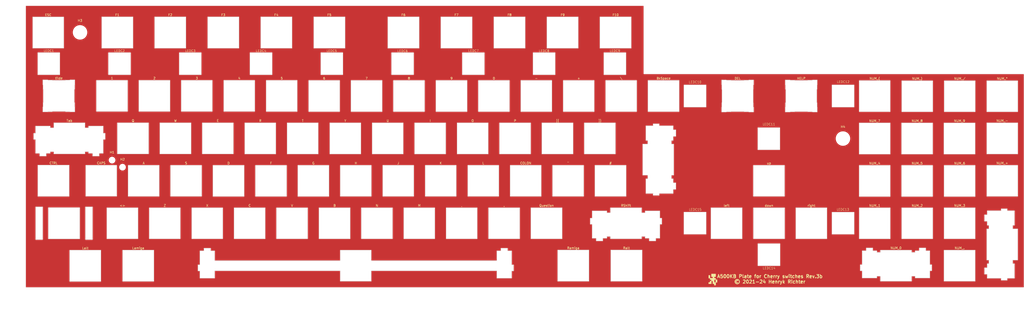
<source format=kicad_pcb>
(kicad_pcb (version 20240108) (generator "pcbnew") (generator_version "8.0")
  (layers (0 "F.Cu" signal) (31 "B.Cu" signal) (35 "F.Paste" user) (37 "F.SilkS" user "F.Silkscreen") (39 "F.Mask" user) (44 "Edge.Cuts" user))
  (net 0 "")
  (footprint "MXMitsumi:MXMitsumi-1U-PlateCutout_Square" (layer "F.Cu") (at 35.4584 246.2276)
    (property "Reference" "MX1")
    (property "Value" "ESC")
    (fp_line (start -7.01 -7.01) (end 7.01 -7.01) (stroke (width 0.12)) (layer "Edge.Cuts"))
    (fp_line (start -7.01 7.01) (end -7.01 -7.01) (stroke (width 0.12)) (layer "Edge.Cuts"))
    (fp_line (start 7.01 -7.01) (end 7.01 7.01) (stroke (width 0.12)) (layer "Edge.Cuts"))
    (fp_line (start 7.01 7.01) (end -7.01 7.01) (stroke (width 0.12)) (layer "Edge.Cuts"))
  )
  (footprint "MXMitsumi:MXMitsumi-1.5U-PlateCutout" (layer "F.Cu") (at 40.2336 274.6756)
    (property "Reference" "MX2")
    (property "Value" "tilde")
    (fp_line (start -7.2 -7.2) (end -7.2 -5) (stroke (width 0.12)) (layer "Edge.Cuts"))
    (fp_line (start -7.2 -5) (end -7.1 -5) (stroke (width 0.12)) (layer "Edge.Cuts"))
    (fp_line (start -7.2 5) (end -7.2 7.2) (stroke (width 0.12)) (layer "Edge.Cuts"))
    (fp_line (start -7.2 5) (end -7.1 5) (stroke (width 0.12)) (layer "Edge.Cuts"))
    (fp_line (start -7.1 -5) (end -7.1 -3) (stroke (width 0.12)) (layer "Edge.Cuts"))
    (fp_line (start -7.1 -3) (end -7 -3) (stroke (width 0.12)) (layer "Edge.Cuts"))
    (fp_line (start -7.1 3) (end -7.1 5) (stroke (width 0.12)) (layer "Edge.Cuts"))
    (fp_line (start -7.1 3) (end -7 3) (stroke (width 0.12)) (layer "Edge.Cuts"))
    (fp_line (start -7 3) (end -7 -3) (stroke (width 0.12)) (layer "Edge.Cuts"))
    (fp_line (start -5 -7.2) (end -7.2 -7.2) (stroke (width 0.12)) (layer "Edge.Cuts"))
    (fp_line (start -5 -7.2) (end -5 -7.1) (stroke (width 0.12)) (layer "Edge.Cuts"))
    (fp_line (start -5 7.1) (end -5 7.2) (stroke (width 0.12)) (layer "Edge.Cuts"))
    (fp_line (start -5 7.2) (end -7.2 7.2) (stroke (width 0.12)) (layer "Edge.Cuts"))
    (fp_line (start -3 -7.1) (end -5 -7.1) (stroke (width 0.12)) (layer "Edge.Cuts"))
    (fp_line (start -3 -7.1) (end -3 -7) (stroke (width 0.12)) (layer "Edge.Cuts"))
    (fp_line (start -3 -7) (end 3 -7) (stroke (width 0.12)) (layer "Edge.Cuts"))
    (fp_line (start -3 7) (end -3 7.1) (stroke (width 0.12)) (layer "Edge.Cuts"))
    (fp_line (start -3 7.1) (end -5 7.1) (stroke (width 0.12)) (layer "Edge.Cuts"))
    (fp_line (start 3 -7.1) (end 3 -7) (stroke (width 0.12)) (layer "Edge.Cuts"))
    (fp_line (start 3 7) (end -3 7) (stroke (width 0.12)) (layer "Edge.Cuts"))
    (fp_line (start 3 7) (end 3 7.1) (stroke (width 0.12)) (layer "Edge.Cuts"))
    (fp_line (start 5 -7.2) (end 5 -7.1) (stroke (width 0.12)) (layer "Edge.Cuts"))
    (fp_line (start 5 -7.1) (end 3 -7.1) (stroke (width 0.12)) (layer "Edge.Cuts"))
    (fp_line (start 5 7.1) (end 3 7.1) (stroke (width 0.12)) (layer "Edge.Cuts"))
    (fp_line (start 5 7.1) (end 5 7.2) (stroke (width 0.12)) (layer "Edge.Cuts"))
    (fp_line (start 7 -3) (end 7 3) (stroke (width 0.12)) (layer "Edge.Cuts"))
    (fp_line (start 7 -3) (end 7.1 -3) (stroke (width 0.12)) (layer "Edge.Cuts"))
    (fp_line (start 7 3) (end 7.1 3) (stroke (width 0.12)) (layer "Edge.Cuts"))
    (fp_line (start 7.1 -5) (end 7.1 -3) (stroke (width 0.12)) (layer "Edge.Cuts"))
    (fp_line (start 7.1 -5) (end 7.2 -5) (stroke (width 0.12)) (layer "Edge.Cuts"))
    (fp_line (start 7.1 3) (end 7.1 5) (stroke (width 0.12)) (layer "Edge.Cuts"))
    (fp_line (start 7.1 5) (end 7.2 5) (stroke (width 0.12)) (layer "Edge.Cuts"))
    (fp_line (start 7.2 -7.2) (end 5 -7.2) (stroke (width 0.12)) (layer "Edge.Cuts"))
    (fp_line (start 7.2 -7.2) (end 7.2 -5) (stroke (width 0.12)) (layer "Edge.Cuts"))
    (fp_line (start 7.2 5) (end 7.2 7.2) (stroke (width 0.12)) (layer "Edge.Cuts"))
    (fp_line (start 7.2 7.2) (end 5 7.2) (stroke (width 0.12)) (layer "Edge.Cuts"))
  )
  (footprint "MXMitsumi:MXMitsumi-1.25U-PlateCutout_Square" (layer "F.Cu") (at 37.8248 312.7972)
    (property "Reference" "MX4")
    (property "Value" "CTRL")
    (fp_line (start -7.05 -7.05) (end 7.05 -7.05) (stroke (width 0.12)) (layer "Edge.Cuts"))
    (fp_line (start -7.05 7.05) (end -7.05 -7.05) (stroke (width 0.12)) (layer "Edge.Cuts"))
    (fp_line (start 7.05 -7.05) (end 7.05 7.05) (stroke (width 0.12)) (layer "Edge.Cuts"))
    (fp_line (start 7.05 7.05) (end -7.05 7.05) (stroke (width 0.12)) (layer "Edge.Cuts"))
  )
  (footprint "MXMitsumi:MXMitsumi-1.75U-PlateCutout" (layer "F.Cu") (at 42.5704 331.8764)
    (property "Reference" "MX5")
    (property "Value" "LShift")
    (fp_line (start -12.8 -7.35) (end -12.8 7.35) (stroke (width 0.12)) (layer "Edge.Cuts"))
    (fp_line (start -12.8 7.35) (end -9.6 7.35) (stroke (width 0.12)) (layer "Edge.Cuts"))
    (fp_line (start -9.6 -7.35) (end -12.8 -7.35) (stroke (width 0.12)) (layer "Edge.Cuts"))
    (fp_line (start -9.6 7.35) (end -9.6 -7.35) (stroke (width 0.12)) (layer "Edge.Cuts"))
    (fp_line (start -7.05 -7.05) (end 7.05 -7.05) (stroke (width 0.12)) (layer "Edge.Cuts"))
    (fp_line (start -7.05 7.05) (end -7.05 -7.05) (stroke (width 0.12)) (layer "Edge.Cuts"))
    (fp_line (start 7.05 -7.05) (end 7.05 7.05) (stroke (width 0.12)) (layer "Edge.Cuts"))
    (fp_line (start 7.05 7.05) (end -7.05 7.05) (stroke (width 0.12)) (layer "Edge.Cuts"))
    (fp_line (start 9.6 -7.35) (end 12.8 -7.35) (stroke (width 0.12)) (layer "Edge.Cuts"))
    (fp_line (start 9.6 7.35) (end 9.6 -7.35) (stroke (width 0.12)) (layer "Edge.Cuts"))
    (fp_line (start 12.8 -7.35) (end 12.8 7.35) (stroke (width 0.12)) (layer "Edge.Cuts"))
    (fp_line (start 12.8 7.35) (end 9.6 7.35) (stroke (width 0.12)) (layer "Edge.Cuts"))
  )
  (footprint "MXMitsumi:MXMitsumi-1.25U-PlateCutout_Square" (layer "F.Cu") (at 52.0912 350.9988)
    (property "Reference" "MX6")
    (property "Value" "Lalt")
    (fp_line (start -7.05 -7.05) (end 7.05 -7.05) (stroke (width 0.12)) (layer "Edge.Cuts"))
    (fp_line (start -7.05 7.05) (end -7.05 -7.05) (stroke (width 0.12)) (layer "Edge.Cuts"))
    (fp_line (start 7.05 -7.05) (end 7.05 7.05) (stroke (width 0.12)) (layer "Edge.Cuts"))
    (fp_line (start 7.05 7.05) (end -7.05 7.05) (stroke (width 0.12)) (layer "Edge.Cuts"))
  )
  (footprint "MXMitsumi:MXMitsumi-1U-PlateCutout_Square" (layer "F.Cu") (at 64.1096 274.6756)
    (property "Reference" "MX8")
    (property "Value" "1")
    (fp_line (start -7.01 -7.01) (end 7.01 -7.01) (stroke (width 0.12)) (layer "Edge.Cuts"))
    (fp_line (start -7.01 7.01) (end -7.01 -7.01) (stroke (width 0.12)) (layer "Edge.Cuts"))
    (fp_line (start 7.01 -7.01) (end 7.01 7.01) (stroke (width 0.12)) (layer "Edge.Cuts"))
    (fp_line (start 7.01 7.01) (end -7.01 7.01) (stroke (width 0.12)) (layer "Edge.Cuts"))
  )
  (footprint "MXMitsumi:MXMitsumi-1U-PlateCutout_Square" (layer "F.Cu") (at 59.2624 312.7972)
    (property "Reference" "MX10")
    (property "Value" "CAPS")
    (fp_line (start -7.01 -7.01) (end 7.01 -7.01) (stroke (width 0.12)) (layer "Edge.Cuts"))
    (fp_line (start -7.01 7.01) (end -7.01 -7.01) (stroke (width 0.12)) (layer "Edge.Cuts"))
    (fp_line (start 7.01 -7.01) (end 7.01 7.01) (stroke (width 0.12)) (layer "Edge.Cuts"))
    (fp_line (start 7.01 7.01) (end -7.01 7.01) (stroke (width 0.12)) (layer "Edge.Cuts"))
  )
  (footprint "MXMitsumi:MXMitsumi-1U-PlateCutout_Square" (layer "F.Cu") (at 68.7832 331.8764)
    (property "Reference" "MX11")
    (property "Value" "<>")
    (fp_line (start -7.01 -7.01) (end 7.01 -7.01) (stroke (width 0.12)) (layer "Edge.Cuts"))
    (fp_line (start -7.01 7.01) (end -7.01 -7.01) (stroke (width 0.12)) (layer "Edge.Cuts"))
    (fp_line (start 7.01 -7.01) (end 7.01 7.01) (stroke (width 0.12)) (layer "Edge.Cuts"))
    (fp_line (start 7.01 7.01) (end -7.01 7.01) (stroke (width 0.12)) (layer "Edge.Cuts"))
  )
  (footprint "MXMitsumi:MXMitsumi-1.25U-PlateCutout_Square" (layer "F.Cu") (at 75.8952 350.9772)
    (property "Reference" "MX12")
    (property "Value" "Lamiga")
    (fp_line (start -7.05 -7.05) (end 7.05 -7.05) (stroke (width 0.12)) (layer "Edge.Cuts"))
    (fp_line (start -7.05 7.05) (end -7.05 -7.05) (stroke (width 0.12)) (layer "Edge.Cuts"))
    (fp_line (start 7.05 -7.05) (end 7.05 7.05) (stroke (width 0.12)) (layer "Edge.Cuts"))
    (fp_line (start 7.05 7.05) (end -7.05 7.05) (stroke (width 0.12)) (layer "Edge.Cuts"))
  )
  (footprint "MXMitsumi:MXMitsumi-1.25U-PlateCutout_Square" (layer "F.Cu") (at 90.2716 246.2276)
    (property "Reference" "MX13")
    (property "Value" "F2")
    (fp_line (start -7.05 -7.05) (end 7.05 -7.05) (stroke (width 0.12)) (layer "Edge.Cuts"))
    (fp_line (start -7.05 7.05) (end -7.05 -7.05) (stroke (width 0.12)) (layer "Edge.Cuts"))
    (fp_line (start 7.05 -7.05) (end 7.05 7.05) (stroke (width 0.12)) (layer "Edge.Cuts"))
    (fp_line (start 7.05 7.05) (end -7.05 7.05) (stroke (width 0.12)) (layer "Edge.Cuts"))
  )
  (footprint "MXMitsumi:MXMitsumi-1U-PlateCutout_Square" (layer "F.Cu") (at 83.1596 274.6756)
    (property "Reference" "MX14")
    (property "Value" "2")
    (fp_line (start -7.01 -7.01) (end 7.01 -7.01) (stroke (width 0.12)) (layer "Edge.Cuts"))
    (fp_line (start -7.01 7.01) (end -7.01 -7.01) (stroke (width 0.12)) (layer "Edge.Cuts"))
    (fp_line (start 7.01 -7.01) (end 7.01 7.01) (stroke (width 0.12)) (layer "Edge.Cuts"))
    (fp_line (start 7.01 7.01) (end -7.01 7.01) (stroke (width 0.12)) (layer "Edge.Cuts"))
  )
  (footprint "MXMitsumi:MXMitsumi-1U-PlateCutout_Square" (layer "F.Cu") (at 78.3336 312.8264)
    (property "Reference" "MX16")
    (property "Value" "A")
    (fp_line (start -7.01 -7.01) (end 7.01 -7.01) (stroke (width 0.12)) (layer "Edge.Cuts"))
    (fp_line (start -7.01 7.01) (end -7.01 -7.01) (stroke (width 0.12)) (layer "Edge.Cuts"))
    (fp_line (start 7.01 -7.01) (end 7.01 7.01) (stroke (width 0.12)) (layer "Edge.Cuts"))
    (fp_line (start 7.01 7.01) (end -7.01 7.01) (stroke (width 0.12)) (layer "Edge.Cuts"))
  )
  (footprint "MXMitsumi:MXMitsumi-1U-PlateCutout_Square" (layer "F.Cu") (at 87.8332 331.8764)
    (property "Reference" "MX17")
    (property "Value" "Z")
    (fp_line (start -7.01 -7.01) (end 7.01 -7.01) (stroke (width 0.12)) (layer "Edge.Cuts"))
    (fp_line (start -7.01 7.01) (end -7.01 -7.01) (stroke (width 0.12)) (layer "Edge.Cuts"))
    (fp_line (start 7.01 -7.01) (end 7.01 7.01) (stroke (width 0.12)) (layer "Edge.Cuts"))
    (fp_line (start 7.01 7.01) (end -7.01 7.01) (stroke (width 0.12)) (layer "Edge.Cuts"))
  )
  (footprint "MXMitsumi:MXMitsumi-1.25U-PlateCutout_Square" (layer "F.Cu") (at 114.0968 246.2276)
    (property "Reference" "MX18")
    (property "Value" "F3")
    (fp_line (start -7.05 -7.05) (end 7.05 -7.05) (stroke (width 0.12)) (layer "Edge.Cuts"))
    (fp_line (start -7.05 7.05) (end -7.05 -7.05) (stroke (width 0.12)) (layer "Edge.Cuts"))
    (fp_line (start 7.05 -7.05) (end 7.05 7.05) (stroke (width 0.12)) (layer "Edge.Cuts"))
    (fp_line (start 7.05 7.05) (end -7.05 7.05) (stroke (width 0.12)) (layer "Edge.Cuts"))
  )
  (footprint "MXMitsumi:MXMitsumi-1U-PlateCutout_Square" (layer "F.Cu") (at 102.2096 274.6756)
    (property "Reference" "MX19")
    (property "Value" "3")
    (fp_line (start -7.01 -7.01) (end 7.01 -7.01) (stroke (width 0.12)) (layer "Edge.Cuts"))
    (fp_line (start -7.01 7.01) (end -7.01 -7.01) (stroke (width 0.12)) (layer "Edge.Cuts"))
    (fp_line (start 7.01 -7.01) (end 7.01 7.01) (stroke (width 0.12)) (layer "Edge.Cuts"))
    (fp_line (start 7.01 7.01) (end -7.01 7.01) (stroke (width 0.12)) (layer "Edge.Cuts"))
  )
  (footprint "MXMitsumi:MXMitsumi-1U-PlateCutout_Square" (layer "F.Cu") (at 111.6584 293.751)
    (property "Reference" "MX20")
    (property "Value" "E")
    (fp_line (start -7.01 -7.01) (end 7.01 -7.01) (stroke (width 0.12)) (layer "Edge.Cuts"))
    (fp_line (start -7.01 7.01) (end -7.01 -7.01) (stroke (width 0.12)) (layer "Edge.Cuts"))
    (fp_line (start 7.01 -7.01) (end 7.01 7.01) (stroke (width 0.12)) (layer "Edge.Cuts"))
    (fp_line (start 7.01 7.01) (end -7.01 7.01) (stroke (width 0.12)) (layer "Edge.Cuts"))
  )
  (footprint "MXMitsumi:MXMitsumi-1U-PlateCutout_Square" (layer "F.Cu") (at 97.3836 312.8264)
    (property "Reference" "MX21")
    (property "Value" "S")
    (fp_line (start -7.01 -7.01) (end 7.01 -7.01) (stroke (width 0.12)) (layer "Edge.Cuts"))
    (fp_line (start -7.01 7.01) (end -7.01 -7.01) (stroke (width 0.12)) (layer "Edge.Cuts"))
    (fp_line (start 7.01 -7.01) (end 7.01 7.01) (stroke (width 0.12)) (layer "Edge.Cuts"))
    (fp_line (start 7.01 7.01) (end -7.01 7.01) (stroke (width 0.12)) (layer "Edge.Cuts"))
  )
  (footprint "MXMitsumi:MXMitsumi-1U-PlateCutout_Square" (layer "F.Cu") (at 106.8832 331.8764)
    (property "Reference" "MX22")
    (property "Value" "X")
    (fp_line (start -7.01 -7.01) (end 7.01 -7.01) (stroke (width 0.12)) (layer "Edge.Cuts"))
    (fp_line (start -7.01 7.01) (end -7.01 -7.01) (stroke (width 0.12)) (layer "Edge.Cuts"))
    (fp_line (start 7.01 -7.01) (end 7.01 7.01) (stroke (width 0.12)) (layer "Edge.Cuts"))
    (fp_line (start 7.01 7.01) (end -7.01 7.01) (stroke (width 0.12)) (layer "Edge.Cuts"))
  )
  (footprint "MXMitsumi:MXMitsumi-1.25U-PlateCutout_Square" (layer "F.Cu") (at 137.922 246.2276)
    (property "Reference" "MX23")
    (property "Value" "F4")
    (fp_line (start -7.05 -7.05) (end 7.05 -7.05) (stroke (width 0.12)) (layer "Edge.Cuts"))
    (fp_line (start -7.05 7.05) (end -7.05 -7.05) (stroke (width 0.12)) (layer "Edge.Cuts"))
    (fp_line (start 7.05 -7.05) (end 7.05 7.05) (stroke (width 0.12)) (layer "Edge.Cuts"))
    (fp_line (start 7.05 7.05) (end -7.05 7.05) (stroke (width 0.12)) (layer "Edge.Cuts"))
  )
  (footprint "MXMitsumi:MXMitsumi-1U-PlateCutout_Square" (layer "F.Cu") (at 121.2596 274.6756)
    (property "Reference" "MX24")
    (property "Value" "4")
    (fp_line (start -7.01 -7.01) (end 7.01 -7.01) (stroke (width 0.12)) (layer "Edge.Cuts"))
    (fp_line (start -7.01 7.01) (end -7.01 -7.01) (stroke (width 0.12)) (layer "Edge.Cuts"))
    (fp_line (start 7.01 -7.01) (end 7.01 7.01) (stroke (width 0.12)) (layer "Edge.Cuts"))
    (fp_line (start 7.01 7.01) (end -7.01 7.01) (stroke (width 0.12)) (layer "Edge.Cuts"))
  )
  (footprint "MXMitsumi:MXMitsumi-1U-PlateCutout_Square" (layer "F.Cu") (at 130.7084 293.7764)
    (property "Reference" "MX25")
    (property "Value" "R")
    (fp_line (start -7.01 -7.01) (end 7.01 -7.01) (stroke (width 0.12)) (layer "Edge.Cuts"))
    (fp_line (start -7.01 7.01) (end -7.01 -7.01) (stroke (width 0.12)) (layer "Edge.Cuts"))
    (fp_line (start 7.01 -7.01) (end 7.01 7.01) (stroke (width 0.12)) (layer "Edge.Cuts"))
    (fp_line (start 7.01 7.01) (end -7.01 7.01) (stroke (width 0.12)) (layer "Edge.Cuts"))
  )
  (footprint "MXMitsumi:MXMitsumi-1U-PlateCutout_Square" (layer "F.Cu") (at 116.4548 312.848)
    (property "Reference" "MX26")
    (property "Value" "D")
    (fp_line (start -7.01 -7.01) (end 7.01 -7.01) (stroke (width 0.12)) (layer "Edge.Cuts"))
    (fp_line (start -7.01 7.01) (end -7.01 -7.01) (stroke (width 0.12)) (layer "Edge.Cuts"))
    (fp_line (start 7.01 -7.01) (end 7.01 7.01) (stroke (width 0.12)) (layer "Edge.Cuts"))
    (fp_line (start 7.01 7.01) (end -7.01 7.01) (stroke (width 0.12)) (layer "Edge.Cuts"))
  )
  (footprint "MXMitsumi:MXMitsumi-1U-PlateCutout_Square" (layer "F.Cu") (at 125.9332 331.8764)
    (property "Reference" "MX27")
    (property "Value" "C")
    (fp_line (start -7.01 -7.01) (end 7.01 -7.01) (stroke (width 0.12)) (layer "Edge.Cuts"))
    (fp_line (start -7.01 7.01) (end -7.01 -7.01) (stroke (width 0.12)) (layer "Edge.Cuts"))
    (fp_line (start 7.01 -7.01) (end 7.01 7.01) (stroke (width 0.12)) (layer "Edge.Cuts"))
    (fp_line (start 7.01 7.01) (end -7.01 7.01) (stroke (width 0.12)) (layer "Edge.Cuts"))
  )
  (footprint "MXMitsumi:MXMitsumi-1.25U-PlateCutout_Square" (layer "F.Cu") (at 161.7472 246.2276)
    (property "Reference" "MX28")
    (property "Value" "F5")
    (fp_line (start -7.05 -7.05) (end 7.05 -7.05) (stroke (width 0.12)) (layer "Edge.Cuts"))
    (fp_line (start -7.05 7.05) (end -7.05 -7.05) (stroke (width 0.12)) (layer "Edge.Cuts"))
    (fp_line (start 7.05 -7.05) (end 7.05 7.05) (stroke (width 0.12)) (layer "Edge.Cuts"))
    (fp_line (start 7.05 7.05) (end -7.05 7.05) (stroke (width 0.12)) (layer "Edge.Cuts"))
  )
  (footprint "MXMitsumi:MXMitsumi-1U-PlateCutout_Square" (layer "F.Cu") (at 149.7584 293.7764)
    (property "Reference" "MX30")
    (property "Value" "T")
    (fp_line (start -7.01 -7.01) (end 7.01 -7.01) (stroke (width 0.12)) (layer "Edge.Cuts"))
    (fp_line (start -7.01 7.01) (end -7.01 -7.01) (stroke (width 0.12)) (layer "Edge.Cuts"))
    (fp_line (start 7.01 -7.01) (end 7.01 7.01) (stroke (width 0.12)) (layer "Edge.Cuts"))
    (fp_line (start 7.01 7.01) (end -7.01 7.01) (stroke (width 0.12)) (layer "Edge.Cuts"))
  )
  (footprint "MXMitsumi:MXMitsumi-1U-PlateCutout_Square" (layer "F.Cu") (at 144.9832 331.8764)
    (property "Reference" "MX32")
    (property "Value" "V")
    (fp_line (start -7.01 -7.01) (end 7.01 -7.01) (stroke (width 0.12)) (layer "Edge.Cuts"))
    (fp_line (start -7.01 7.01) (end -7.01 -7.01) (stroke (width 0.12)) (layer "Edge.Cuts"))
    (fp_line (start 7.01 -7.01) (end 7.01 7.01) (stroke (width 0.12)) (layer "Edge.Cuts"))
    (fp_line (start 7.01 7.01) (end -7.01 7.01) (stroke (width 0.12)) (layer "Edge.Cuts"))
  )
  (footprint "MXMitsumi:MXMitsumi-1.25U-PlateCutout_Square" (layer "F.Cu") (at 195.0212 246.2276)
    (property "Reference" "MX34")
    (property "Value" "F6")
    (fp_line (start -7.05 -7.05) (end 7.05 -7.05) (stroke (width 0.12)) (layer "Edge.Cuts"))
    (fp_line (start -7.05 7.05) (end -7.05 -7.05) (stroke (width 0.12)) (layer "Edge.Cuts"))
    (fp_line (start 7.05 -7.05) (end 7.05 7.05) (stroke (width 0.12)) (layer "Edge.Cuts"))
    (fp_line (start 7.05 7.05) (end -7.05 7.05) (stroke (width 0.12)) (layer "Edge.Cuts"))
  )
  (footprint "MXMitsumi:MXMitsumi-1U-PlateCutout_Square" (layer "F.Cu") (at 159.4104 274.7264)
    (property "Reference" "MX35")
    (property "Value" "6")
    (fp_line (start -7.01 -7.01) (end 7.01 -7.01) (stroke (width 0.12)) (layer "Edge.Cuts"))
    (fp_line (start -7.01 7.01) (end -7.01 -7.01) (stroke (width 0.12)) (layer "Edge.Cuts"))
    (fp_line (start 7.01 -7.01) (end 7.01 7.01) (stroke (width 0.12)) (layer "Edge.Cuts"))
    (fp_line (start 7.01 7.01) (end -7.01 7.01) (stroke (width 0.12)) (layer "Edge.Cuts"))
  )
  (footprint "MXMitsumi:MXMitsumi-1U-PlateCutout_Square" (layer "F.Cu") (at 154.5632 312.848)
    (property "Reference" "MX37")
    (property "Value" "G")
    (fp_line (start -7.01 -7.01) (end 7.01 -7.01) (stroke (width 0.12)) (layer "Edge.Cuts"))
    (fp_line (start -7.01 7.01) (end -7.01 -7.01) (stroke (width 0.12)) (layer "Edge.Cuts"))
    (fp_line (start 7.01 -7.01) (end 7.01 7.01) (stroke (width 0.12)) (layer "Edge.Cuts"))
    (fp_line (start 7.01 7.01) (end -7.01 7.01) (stroke (width 0.12)) (layer "Edge.Cuts"))
  )
  (footprint "MXMitsumi:MXMitsumi-1U-PlateCutout_Square" (layer "F.Cu") (at 164.084 331.8764)
    (property "Reference" "MX38")
    (property "Value" "B")
    (fp_line (start -7.01 -7.01) (end 7.01 -7.01) (stroke (width 0.12)) (layer "Edge.Cuts"))
    (fp_line (start -7.01 7.01) (end -7.01 -7.01) (stroke (width 0.12)) (layer "Edge.Cuts"))
    (fp_line (start 7.01 -7.01) (end 7.01 7.01) (stroke (width 0.12)) (layer "Edge.Cuts"))
    (fp_line (start 7.01 7.01) (end -7.01 7.01) (stroke (width 0.12)) (layer "Edge.Cuts"))
  )
  (footprint "MXMitsumi:MXMitsumi-1.25U-PlateCutout_Square" (layer "F.Cu") (at 218.8464 246.2276)
    (property "Reference" "MX39")
    (property "Value" "F7")
    (fp_line (start -7.05 -7.05) (end 7.05 -7.05) (stroke (width 0.12)) (layer "Edge.Cuts"))
    (fp_line (start -7.05 7.05) (end -7.05 -7.05) (stroke (width 0.12)) (layer "Edge.Cuts"))
    (fp_line (start 7.05 -7.05) (end 7.05 7.05) (stroke (width 0.12)) (layer "Edge.Cuts"))
    (fp_line (start 7.05 7.05) (end -7.05 7.05) (stroke (width 0.12)) (layer "Edge.Cuts"))
  )
  (footprint "MXMitsumi:MXMitsumi-1U-PlateCutout_Square" (layer "F.Cu") (at 178.4604 274.7264)
    (property "Reference" "MX40")
    (property "Value" "7")
    (fp_line (start -7.01 -7.01) (end 7.01 -7.01) (stroke (width 0.12)) (layer "Edge.Cuts"))
    (fp_line (start -7.01 7.01) (end -7.01 -7.01) (stroke (width 0.12)) (layer "Edge.Cuts"))
    (fp_line (start 7.01 -7.01) (end 7.01 7.01) (stroke (width 0.12)) (layer "Edge.Cuts"))
    (fp_line (start 7.01 7.01) (end -7.01 7.01) (stroke (width 0.12)) (layer "Edge.Cuts"))
  )
  (footprint "MXMitsumi:MXMitsumi-1U-PlateCutout_Square" (layer "F.Cu") (at 187.96 293.7764)
    (property "Reference" "MX41")
    (property "Value" "U")
    (fp_line (start -7.01 -7.01) (end 7.01 -7.01) (stroke (width 0.12)) (layer "Edge.Cuts"))
    (fp_line (start -7.01 7.01) (end -7.01 -7.01) (stroke (width 0.12)) (layer "Edge.Cuts"))
    (fp_line (start 7.01 -7.01) (end 7.01 7.01) (stroke (width 0.12)) (layer "Edge.Cuts"))
    (fp_line (start 7.01 7.01) (end -7.01 7.01) (stroke (width 0.12)) (layer "Edge.Cuts"))
  )
  (footprint "MXMitsumi:MXMitsumi-1U-PlateCutout_Square" (layer "F.Cu") (at 173.6344 312.8264)
    (property "Reference" "MX42")
    (property "Value" "H")
    (fp_line (start -7.01 -7.01) (end 7.01 -7.01) (stroke (width 0.12)) (layer "Edge.Cuts"))
    (fp_line (start -7.01 7.01) (end -7.01 -7.01) (stroke (width 0.12)) (layer "Edge.Cuts"))
    (fp_line (start 7.01 -7.01) (end 7.01 7.01) (stroke (width 0.12)) (layer "Edge.Cuts"))
    (fp_line (start 7.01 7.01) (end -7.01 7.01) (stroke (width 0.12)) (layer "Edge.Cuts"))
  )
  (footprint "MXMitsumi:MXMitsumi-1U-PlateCutout_Square" (layer "F.Cu") (at 183.1128 331.8764)
    (property "Reference" "MX43")
    (property "Value" "N")
    (fp_line (start -7.01 -7.01) (end 7.01 -7.01) (stroke (width 0.12)) (layer "Edge.Cuts"))
    (fp_line (start -7.01 7.01) (end -7.01 -7.01) (stroke (width 0.12)) (layer "Edge.Cuts"))
    (fp_line (start 7.01 -7.01) (end 7.01 7.01) (stroke (width 0.12)) (layer "Edge.Cuts"))
    (fp_line (start 7.01 7.01) (end -7.01 7.01) (stroke (width 0.12)) (layer "Edge.Cuts"))
  )
  (footprint "MXMitsumi:MXMitsumi-1U-PlateCutout_Square" (layer "F.Cu") (at 197.5104 274.7264)
    (property "Reference" "MX45")
    (property "Value" "8")
    (fp_line (start -7.01 -7.01) (end 7.01 -7.01) (stroke (width 0.12)) (layer "Edge.Cuts"))
    (fp_line (start -7.01 7.01) (end -7.01 -7.01) (stroke (width 0.12)) (layer "Edge.Cuts"))
    (fp_line (start 7.01 -7.01) (end 7.01 7.01) (stroke (width 0.12)) (layer "Edge.Cuts"))
    (fp_line (start 7.01 7.01) (end -7.01 7.01) (stroke (width 0.12)) (layer "Edge.Cuts"))
  )
  (footprint "MXMitsumi:MXMitsumi-1U-PlateCutout_Square" (layer "F.Cu") (at 207.01 293.7764)
    (property "Reference" "MX46")
    (property "Value" "I")
    (fp_line (start -7.01 -7.01) (end 7.01 -7.01) (stroke (width 0.12)) (layer "Edge.Cuts"))
    (fp_line (start -7.01 7.01) (end -7.01 -7.01) (stroke (width 0.12)) (layer "Edge.Cuts"))
    (fp_line (start 7.01 -7.01) (end 7.01 7.01) (stroke (width 0.12)) (layer "Edge.Cuts"))
    (fp_line (start 7.01 7.01) (end -7.01 7.01) (stroke (width 0.12)) (layer "Edge.Cuts"))
  )
  (footprint "MXMitsumi:MXMitsumi-1U-PlateCutout_Square" (layer "F.Cu") (at 192.6844 312.8264)
    (property "Reference" "MX47")
    (property "Value" "J")
    (fp_line (start -7.01 -7.01) (end 7.01 -7.01) (stroke (width 0.12)) (layer "Edge.Cuts"))
    (fp_line (start -7.01 7.01) (end -7.01 -7.01) (stroke (width 0.12)) (layer "Edge.Cuts"))
    (fp_line (start 7.01 -7.01) (end 7.01 7.01) (stroke (width 0.12)) (layer "Edge.Cuts"))
    (fp_line (start 7.01 7.01) (end -7.01 7.01) (stroke (width 0.12)) (layer "Edge.Cuts"))
  )
  (footprint "MXMitsumi:MXMitsumi-1.25U-PlateCutout_Square" (layer "F.Cu") (at 266.518 246.2492)
    (property "Reference" "MX49")
    (property "Value" "F9")
    (fp_line (start -7.05 -7.05) (end 7.05 -7.05) (stroke (width 0.12)) (layer "Edge.Cuts"))
    (fp_line (start -7.05 7.05) (end -7.05 -7.05) (stroke (width 0.12)) (layer "Edge.Cuts"))
    (fp_line (start 7.05 -7.05) (end 7.05 7.05) (stroke (width 0.12)) (layer "Edge.Cuts"))
    (fp_line (start 7.05 7.05) (end -7.05 7.05) (stroke (width 0.12)) (layer "Edge.Cuts"))
  )
  (footprint "MXMitsumi:MXMitsumi-1U-PlateCutout_Square" (layer "F.Cu") (at 216.6112 274.7264)
    (property "Reference" "MX50")
    (property "Value" "9")
    (fp_line (start -7.01 -7.01) (end 7.01 -7.01) (stroke (width 0.12)) (layer "Edge.Cuts"))
    (fp_line (start -7.01 7.01) (end -7.01 -7.01) (stroke (width 0.12)) (layer "Edge.Cuts"))
    (fp_line (start 7.01 -7.01) (end 7.01 7.01) (stroke (width 0.12)) (layer "Edge.Cuts"))
    (fp_line (start 7.01 7.01) (end -7.01 7.01) (stroke (width 0.12)) (layer "Edge.Cuts"))
  )
  (footprint "MXMitsumi:MXMitsumi-1U-PlateCutout_Square" (layer "F.Cu") (at 226.1108 293.7764)
    (property "Reference" "MX51")
    (property "Value" "O")
    (fp_line (start -7.01 -7.01) (end 7.01 -7.01) (stroke (width 0.12)) (layer "Edge.Cuts"))
    (fp_line (start -7.01 7.01) (end -7.01 -7.01) (stroke (width 0.12)) (layer "Edge.Cuts"))
    (fp_line (start 7.01 -7.01) (end 7.01 7.01) (stroke (width 0.12)) (layer "Edge.Cuts"))
    (fp_line (start 7.01 7.01) (end -7.01 7.01) (stroke (width 0.12)) (layer "Edge.Cuts"))
  )
  (footprint "MXMitsumi:MXMitsumi-1U-PlateCutout_Square" (layer "F.Cu") (at 211.7852 312.8264)
    (property "Reference" "MX52")
    (property "Value" "K")
    (fp_line (start -7.01 -7.01) (end 7.01 -7.01) (stroke (width 0.12)) (layer "Edge.Cuts"))
    (fp_line (start -7.01 7.01) (end -7.01 -7.01) (stroke (width 0.12)) (layer "Edge.Cuts"))
    (fp_line (start 7.01 -7.01) (end 7.01 7.01) (stroke (width 0.12)) (layer "Edge.Cuts"))
    (fp_line (start 7.01 7.01) (end -7.01 7.01) (stroke (width 0.12)) (layer "Edge.Cuts"))
  )
  (footprint "MXMitsumi:MXMitsumi-1U-PlateCutout_Square" (layer "F.Cu") (at 221.1832 331.8764)
    (property "Reference" "MX53")
    (property "Value" ",")
    (fp_line (start -7.01 -7.01) (end 7.01 -7.01) (stroke (width 0.12)) (layer "Edge.Cuts"))
    (fp_line (start -7.01 7.01) (end -7.01 -7.01) (stroke (width 0.12)) (layer "Edge.Cuts"))
    (fp_line (start 7.01 -7.01) (end 7.01 7.01) (stroke (width 0.12)) (layer "Edge.Cuts"))
    (fp_line (start 7.01 7.01) (end -7.01 7.01) (stroke (width 0.12)) (layer "Edge.Cuts"))
  )
  (footprint "MXMitsumi:MXMitsumi-1.25U-PlateCutout_Square" (layer "F.Cu") (at 290.322 246.2276)
    (property "Reference" "MX54")
    (property "Value" "F10")
    (fp_line (start -7.05 -7.05) (end 7.05 -7.05) (stroke (width 0.12)) (layer "Edge.Cuts"))
    (fp_line (start -7.05 7.05) (end -7.05 -7.05) (stroke (width 0.12)) (layer "Edge.Cuts"))
    (fp_line (start 7.05 -7.05) (end 7.05 7.05) (stroke (width 0.12)) (layer "Edge.Cuts"))
    (fp_line (start 7.05 7.05) (end -7.05 7.05) (stroke (width 0.12)) (layer "Edge.Cuts"))
  )
  (footprint "MXMitsumi:MXMitsumi-1U-PlateCutout_Square" (layer "F.Cu") (at 235.6612 274.7264)
    (property "Reference" "MX55")
    (property "Value" "0")
    (fp_line (start -7.01 -7.01) (end 7.01 -7.01) (stroke (width 0.12)) (layer "Edge.Cuts"))
    (fp_line (start -7.01 7.01) (end -7.01 -7.01) (stroke (width 0.12)) (layer "Edge.Cuts"))
    (fp_line (start 7.01 -7.01) (end 7.01 7.01) (stroke (width 0.12)) (layer "Edge.Cuts"))
    (fp_line (start 7.01 7.01) (end -7.01 7.01) (stroke (width 0.12)) (layer "Edge.Cuts"))
  )
  (footprint "MXMitsumi:MXMitsumi-1U-PlateCutout_Square" (layer "F.Cu") (at 245.1608 293.7764)
    (property "Reference" "MX56")
    (property "Value" "P")
    (fp_line (start -7.01 -7.01) (end 7.01 -7.01) (stroke (width 0.12)) (layer "Edge.Cuts"))
    (fp_line (start -7.01 7.01) (end -7.01 -7.01) (stroke (width 0.12)) (layer "Edge.Cuts"))
    (fp_line (start 7.01 -7.01) (end 7.01 7.01) (stroke (width 0.12)) (layer "Edge.Cuts"))
    (fp_line (start 7.01 7.01) (end -7.01 7.01) (stroke (width 0.12)) (layer "Edge.Cuts"))
  )
  (footprint "MXMitsumi:MXMitsumi-1U-PlateCutout_Square" (layer "F.Cu") (at 230.886 312.8264)
    (property "Reference" "MX57")
    (property "Value" "L")
    (fp_line (start -7.01 -7.01) (end 7.01 -7.01) (stroke (width 0.12)) (layer "Edge.Cuts"))
    (fp_line (start -7.01 7.01) (end -7.01 -7.01) (stroke (width 0.12)) (layer "Edge.Cuts"))
    (fp_line (start 7.01 -7.01) (end 7.01 7.01) (stroke (width 0.12)) (layer "Edge.Cuts"))
    (fp_line (start 7.01 7.01) (end -7.01 7.01) (stroke (width 0.12)) (layer "Edge.Cuts"))
  )
  (footprint "MXMitsumi:MXMitsumi-1U-PlateCutout_Square" (layer "F.Cu") (at 240.2332 331.8764)
    (property "Reference" "MX58")
    (property "Value" ".")
    (fp_line (start -7.01 -7.01) (end 7.01 -7.01) (stroke (width 0.12)) (layer "Edge.Cuts"))
    (fp_line (start -7.01 7.01) (end -7.01 -7.01) (stroke (width 0.12)) (layer "Edge.Cuts"))
    (fp_line (start 7.01 -7.01) (end 7.01 7.01) (stroke (width 0.12)) (layer "Edge.Cuts"))
    (fp_line (start 7.01 7.01) (end -7.01 7.01) (stroke (width 0.12)) (layer "Edge.Cuts"))
  )
  (footprint "MXMitsumi:MXMitsumi-1.25U-PlateCutout_Square" (layer "F.Cu") (at 271.3016 350.948)
    (property "Reference" "MX59")
    (property "Value" "Ramiga")
    (fp_line (start -7.05 -7.05) (end 7.05 -7.05) (stroke (width 0.12)) (layer "Edge.Cuts"))
    (fp_line (start -7.05 7.05) (end -7.05 -7.05) (stroke (width 0.12)) (layer "Edge.Cuts"))
    (fp_line (start 7.05 -7.05) (end 7.05 7.05) (stroke (width 0.12)) (layer "Edge.Cuts"))
    (fp_line (start 7.05 7.05) (end -7.05 7.05) (stroke (width 0.12)) (layer "Edge.Cuts"))
  )
  (footprint "MXMitsumi:MXMitsumi-1U-PlateCutout_Square" (layer "F.Cu") (at 254.7112 274.7264)
    (property "Reference" "MX60")
    (property "Value" "-")
    (fp_line (start -7.01 -7.01) (end 7.01 -7.01) (stroke (width 0.12)) (layer "Edge.Cuts"))
    (fp_line (start -7.01 7.01) (end -7.01 -7.01) (stroke (width 0.12)) (layer "Edge.Cuts"))
    (fp_line (start 7.01 -7.01) (end 7.01 7.01) (stroke (width 0.12)) (layer "Edge.Cuts"))
    (fp_line (start 7.01 7.01) (end -7.01 7.01) (stroke (width 0.12)) (layer "Edge.Cuts"))
  )
  (footprint "MXMitsumi:MXMitsumi-1U-PlateCutout_Square" (layer "F.Cu") (at 264.2108 293.7764)
    (property "Reference" "MX61")
    (property "Value" "[{")
    (fp_line (start -7.01 -7.01) (end 7.01 -7.01) (stroke (width 0.12)) (layer "Edge.Cuts"))
    (fp_line (start -7.01 7.01) (end -7.01 -7.01) (stroke (width 0.12)) (layer "Edge.Cuts"))
    (fp_line (start 7.01 -7.01) (end 7.01 7.01) (stroke (width 0.12)) (layer "Edge.Cuts"))
    (fp_line (start 7.01 7.01) (end -7.01 7.01) (stroke (width 0.12)) (layer "Edge.Cuts"))
  )
  (footprint "MXMitsumi:MXMitsumi-1U-PlateCutout_Square" (layer "F.Cu") (at 249.936 312.8264)
    (property "Reference" "MX62")
    (property "Value" "COLON")
    (fp_line (start -7.01 -7.01) (end 7.01 -7.01) (stroke (width 0.12)) (layer "Edge.Cuts"))
    (fp_line (start -7.01 7.01) (end -7.01 -7.01) (stroke (width 0.12)) (layer "Edge.Cuts"))
    (fp_line (start 7.01 -7.01) (end 7.01 7.01) (stroke (width 0.12)) (layer "Edge.Cuts"))
    (fp_line (start 7.01 7.01) (end -7.01 7.01) (stroke (width 0.12)) (layer "Edge.Cuts"))
  )
  (footprint "MXMitsumi:MXMitsumi-1U-PlateCutout_Square" (layer "F.Cu") (at 259.2832 331.8764)
    (property "Reference" "MX63")
    (property "Value" "Question")
    (fp_line (start -7.01 -7.01) (end 7.01 -7.01) (stroke (width 0.12)) (layer "Edge.Cuts"))
    (fp_line (start -7.01 7.01) (end -7.01 -7.01) (stroke (width 0.12)) (layer "Edge.Cuts"))
    (fp_line (start 7.01 -7.01) (end 7.01 7.01) (stroke (width 0.12)) (layer "Edge.Cuts"))
    (fp_line (start 7.01 7.01) (end -7.01 7.01) (stroke (width 0.12)) (layer "Edge.Cuts"))
  )
  (footprint "MXMitsumi:MXMitsumi-1.25U-PlateCutout_Square" (layer "F.Cu") (at 295.1776 350.948)
    (property "Reference" "MX64")
    (property "Value" "Ralt")
    (fp_line (start -7.05 -7.05) (end 7.05 -7.05) (stroke (width 0.12)) (layer "Edge.Cuts"))
    (fp_line (start -7.05 7.05) (end -7.05 -7.05) (stroke (width 0.12)) (layer "Edge.Cuts"))
    (fp_line (start 7.05 -7.05) (end 7.05 7.05) (stroke (width 0.12)) (layer "Edge.Cuts"))
    (fp_line (start 7.05 7.05) (end -7.05 7.05) (stroke (width 0.12)) (layer "Edge.Cuts"))
  )
  (footprint "MXMitsumi:MXMitsumi-1U-PlateCutout_Square" (layer "F.Cu") (at 273.7612 274.7264)
    (property "Reference" "MX65")
    (property "Value" "+")
    (fp_line (start -7.01 -7.01) (end 7.01 -7.01) (stroke (width 0.12)) (layer "Edge.Cuts"))
    (fp_line (start -7.01 7.01) (end -7.01 -7.01) (stroke (width 0.12)) (layer "Edge.Cuts"))
    (fp_line (start 7.01 -7.01) (end 7.01 7.01) (stroke (width 0.12)) (layer "Edge.Cuts"))
    (fp_line (start 7.01 7.01) (end -7.01 7.01) (stroke (width 0.12)) (layer "Edge.Cuts"))
  )
  (footprint "MXMitsumi:MXMitsumi-1U-PlateCutout_Square" (layer "F.Cu") (at 268.986 312.8264)
    (property "Reference" "MX67")
    (property "Value" "\"")
    (fp_line (start -7.01 -7.01) (end 7.01 -7.01) (stroke (width 0.12)) (layer "Edge.Cuts"))
    (fp_line (start -7.01 7.01) (end -7.01 -7.01) (stroke (width 0.12)) (layer "Edge.Cuts"))
    (fp_line (start 7.01 -7.01) (end 7.01 7.01) (stroke (width 0.12)) (layer "Edge.Cuts"))
    (fp_line (start 7.01 7.01) (end -7.01 7.01) (stroke (width 0.12)) (layer "Edge.Cuts"))
  )
  (footprint "MXMitsumi:MXMitsumi-2.75U-PlateCutout_Cherry" (layer "F.Cu") (at 294.9956 331.8764)
    (property "Reference" "MX68")
    (property "Value" "RShift")
    (fp_line (start -16.1 -2.3) (end -16.1 0.5) (stroke (width 0.12)) (layer "Edge.Cuts"))
    (fp_line (start -15.225 -5.53) (end -15.225 -2.3) (stroke (width 0.12)) (layer "Edge.Cuts"))
    (fp_line (start -15.225 -2.3) (end -16.1 -2.3) (stroke (width 0.12)) (layer "Edge.Cuts"))
    (fp_line (start -15.225 0.5) (end -16.1 0.5) (stroke (width 0.12)) (layer "Edge.Cuts"))
    (fp_line (start -15.225 6.77) (end -15.225 0.5) (stroke (width 0.12)) (layer "Edge.Cuts"))
    (fp_line (start -13.4 6.77) (end -15.225 6.77) (stroke (width 0.12)) (layer "Edge.Cuts"))
    (fp_line (start -13.4 7.97) (end -13.4 6.77) (stroke (width 0.12)) (layer "Edge.Cuts"))
    (fp_line (start -10.4 7.97) (end -13.4 7.97) (stroke (width 0.12)) (layer "Edge.Cuts"))
    (fp_line (start -10.4 7.97) (end -10.4 6.77) (stroke (width 0.12)) (layer "Edge.Cuts"))
    (fp_line (start -8.575 -5.53) (end -15.225 -5.53) (stroke (width 0.12)) (layer "Edge.Cuts"))
    (fp_line (start -8.575 -4.73) (end -8.575 -5.53) (stroke (width 0.12)) (layer "Edge.Cuts"))
    (fp_line (start -8.575 5.97) (end -7 5.97) (stroke (width 0.12)) (layer "Edge.Cuts"))
    (fp_line (start -8.575 6.77) (end -10.4 6.77) (stroke (width 0.12)) (layer "Edge.Cuts"))
    (fp_line (start -8.575 6.77) (end -8.575 5.97) (stroke (width 0.12)) (layer "Edge.Cuts"))
    (fp_line (start -7 -7) (end 7 -7) (stroke (width 0.12)) (layer "Edge.Cuts"))
    (fp_line (start -7 -4.73) (end -8.575 -4.73) (stroke (width 0.12)) (layer "Edge.Cuts"))
    (fp_line (start -7 -4.73) (end -7 -7) (stroke (width 0.12)) (layer "Edge.Cuts"))
    (fp_line (start -7 5.97) (end -7 7) (stroke (width 0.12)) (layer "Edge.Cuts"))
    (fp_line (start 7 -4.73) (end 7 -7) (stroke (width 0.12)) (layer "Edge.Cuts"))
    (fp_line (start 7 5.97) (end 7 7) (stroke (width 0.12)) (layer "Edge.Cuts"))
    (fp_line (start 7 7) (end -7 7) (stroke (width 0.12)) (layer "Edge.Cuts"))
    (fp_line (start 8.575 -5.53) (end 15.225 -5.53) (stroke (width 0.12)) (layer "Edge.Cuts"))
    (fp_line (start 8.575 -4.73) (end 7 -4.73) (stroke (width 0.12)) (layer "Edge.Cuts"))
    (fp_line (start 8.575 -4.73) (end 8.575 -5.53) (stroke (width 0.12)) (layer "Edge.Cuts"))
    (fp_line (start 8.575 5.97) (end 7 5.97) (stroke (width 0.12)) (layer "Edge.Cuts"))
    (fp_line (start 8.575 6.77) (end 8.575 5.97) (stroke (width 0.12)) (layer "Edge.Cuts"))
    (fp_line (start 10.4 6.77) (end 8.575 6.77) (stroke (width 0.12)) (layer "Edge.Cuts"))
    (fp_line (start 10.4 7.97) (end 10.4 6.77) (stroke (width 0.12)) (layer "Edge.Cuts"))
    (fp_line (start 10.4 7.97) (end 13.4 7.97) (stroke (width 0.12)) (layer "Edge.Cuts"))
    (fp_line (start 13.4 7.97) (end 13.4 6.77) (stroke (width 0.12)) (layer "Edge.Cuts"))
    (fp_line (start 15.225 -5.53) (end 15.225 -2.3) (stroke (width 0.12)) (layer "Edge.Cuts"))
    (fp_line (start 15.225 -2.3) (end 16.1 -2.3) (stroke (width 0.12)) (layer "Edge.Cuts"))
    (fp_line (start 15.225 0.5) (end 16.1 0.5) (stroke (width 0.12)) (layer "Edge.Cuts"))
    (fp_line (start 15.225 6.77) (end 13.4 6.77) (stroke (width 0.12)) (layer "Edge.Cuts"))
    (fp_line (start 15.225 6.77) (end 15.225 0.5) (stroke (width 0.12)) (layer "Edge.Cuts"))
    (fp_line (start 16.1 -2.3) (end 16.1 0.5) (stroke (width 0.12)) (layer "Edge.Cuts"))
  )
  (footprint "MXMitsumi:MXMitsumi-1U-PlateCutout_Square" (layer "F.Cu") (at 292.8112 274.7264)
    (property "Reference" "MX69")
    (property "Value" "\\")
    (fp_line (start -7.01 -7.01) (end 7.01 -7.01) (stroke (width 0.12)) (layer "Edge.Cuts"))
    (fp_line (start -7.01 7.01) (end -7.01 -7.01) (stroke (width 0.12)) (layer "Edge.Cuts"))
    (fp_line (start 7.01 -7.01) (end 7.01 7.01) (stroke (width 0.12)) (layer "Edge.Cuts"))
    (fp_line (start 7.01 7.01) (end -7.01 7.01) (stroke (width 0.12)) (layer "Edge.Cuts"))
  )
  (footprint "MXMitsumi:MXMitsumi-1U-PlateCutout_Square" (layer "F.Cu") (at 288.036 312.8264)
    (property "Reference" "MX70")
    (property "Value" "#")
    (fp_line (start -7.01 -7.01) (end 7.01 -7.01) (stroke (width 0.12)) (layer "Edge.Cuts"))
    (fp_line (start -7.01 7.01) (end -7.01 -7.01) (stroke (width 0.12)) (layer "Edge.Cuts"))
    (fp_line (start 7.01 -7.01) (end 7.01 7.01) (stroke (width 0.12)) (layer "Edge.Cuts"))
    (fp_line (start 7.01 7.01) (end -7.01 7.01) (stroke (width 0.12)) (layer "Edge.Cuts"))
  )
  (footprint "MXMitsumi:MXMitsumi-ISO-PlateCutout_Cherry" (layer "F.Cu") (at 309.4524 303.2976)
    (property "Reference" "MX71")
    (property "Value" "Return")
    (fp_line (start -7 -7) (end -7 7) (stroke (width 0.12)) (layer "Edge.Cuts"))
    (fp_line (start -5.53 -15.225) (end -2.3 -15.225) (stroke (width 0.12)) (layer "Edge.Cuts"))
    (fp_line (start -5.53 -8.575) (end -5.53 -15.225) (stroke (width 0.12)) (layer "Edge.Cuts"))
    (fp_line (start -5.53 8.575) (end -5.53 15.225) (stroke (width 0.12)) (layer "Edge.Cuts"))
    (fp_line (start -5.53 15.225) (end -2.3 15.225) (stroke (width 0.12)) (layer "Edge.Cuts"))
    (fp_line (start -4.73 -8.575) (end -5.53 -8.575) (stroke (width 0.12)) (layer "Edge.Cuts"))
    (fp_line (start -4.73 -7) (end -7 -7) (stroke (width 0.12)) (layer "Edge.Cuts"))
    (fp_line (start -4.73 -7) (end -4.73 -8.575) (stroke (width 0.12)) (layer "Edge.Cuts"))
    (fp_line (start -4.73 7) (end -7 7) (stroke (width 0.12)) (layer "Edge.Cuts"))
    (fp_line (start -4.73 8.575) (end -5.53 8.575) (stroke (width 0.12)) (layer "Edge.Cuts"))
    (fp_line (start -4.73 8.575) (end -4.73 7) (stroke (width 0.12)) (layer "Edge.Cuts"))
    (fp_line (start -2.3 -16.1) (end 0.5 -16.1) (stroke (width 0.12)) (layer "Edge.Cuts"))
    (fp_line (start -2.3 -15.225) (end -2.3 -16.1) (stroke (width 0.12)) (layer "Edge.Cuts"))
    (fp_line (start -2.3 15.225) (end -2.3 16.1) (stroke (width 0.12)) (layer "Edge.Cuts"))
    (fp_line (start -2.3 16.1) (end 0.5 16.1) (stroke (width 0.12)) (layer "Edge.Cuts"))
    (fp_line (start 0.5 -15.225) (end 0.5 -16.1) (stroke (width 0.12)) (layer "Edge.Cuts"))
    (fp_line (start 0.5 15.225) (end 0.5 16.1) (stroke (width 0.12)) (layer "Edge.Cuts"))
    (fp_line (start 5.97 -8.575) (end 5.97 -7) (stroke (width 0.12)) (layer "Edge.Cuts"))
    (fp_line (start 5.97 -7) (end 7 -7) (stroke (width 0.12)) (layer "Edge.Cuts"))
    (fp_line (start 5.97 7) (end 7 7) (stroke (width 0.12)) (layer "Edge.Cuts"))
    (fp_line (start 5.97 8.575) (end 5.97 7) (stroke (width 0.12)) (layer "Edge.Cuts"))
    (fp_line (start 6.77 -15.225) (end 0.5 -15.225) (stroke (width 0.12)) (layer "Edge.Cuts"))
    (fp_line (start 6.77 -13.4) (end 6.77 -15.225) (stroke (width 0.12)) (layer "Edge.Cuts"))
    (fp_line (start 6.77 -8.575) (end 5.97 -8.575) (stroke (width 0.12)) (layer "Edge.Cuts"))
    (fp_line (start 6.77 -8.575) (end 6.77 -10.4) (stroke (width 0.12)) (layer "Edge.Cuts"))
    (fp_line (start 6.77 8.575) (end 5.97 8.575) (stroke (width 0.12)) (layer "Edge.Cuts"))
    (fp_line (start 6.77 10.4) (end 6.77 8.575) (stroke (width 0.12)) (layer "Edge.Cuts"))
    (fp_line (start 6.77 15.225) (end 0.5 15.225) (stroke (width 0.12)) (layer "Edge.Cuts"))
    (fp_line (start 6.77 15.225) (end 6.77 13.4) (stroke (width 0.12)) (layer "Edge.Cuts"))
    (fp_line (start 7 7) (end 7 -7) (stroke (width 0.12)) (layer "Edge.Cuts"))
    (fp_line (start 7.97 -13.4) (end 6.77 -13.4) (stroke (width 0.12)) (layer "Edge.Cuts"))
    (fp_line (start 7.97 -10.4) (end 6.77 -10.4) (stroke (width 0.12)) (layer "Edge.Cuts"))
    (fp_line (start 7.97 -10.4) (end 7.97 -13.4) (stroke (width 0.12)) (layer "Edge.Cuts"))
    (fp_line (start 7.97 10.4) (end 6.77 10.4) (stroke (width 0.12)) (layer "Edge.Cuts"))
    (fp_line (start 7.97 10.4) (end 7.97 13.4) (stroke (width 0.12)) (layer "Edge.Cuts"))
    (fp_line (start 7.97 13.4) (end 6.77 13.4) (stroke (width 0.12)) (layer "Edge.Cuts"))
  )
  (footprint "MXMitsumi:MXMitsumi-1U-PlateCutout_Square" (layer "F.Cu") (at 311.8612 274.7264)
    (property "Reference" "MX72")
    (property "Value" "BkSpace")
    (fp_line (start -7.01 -7.01) (end 7.01 -7.01) (stroke (width 0.12)) (layer "Edge.Cuts"))
    (fp_line (start -7.01 7.01) (end -7.01 -7.01) (stroke (width 0.12)) (layer "Edge.Cuts"))
    (fp_line (start 7.01 -7.01) (end 7.01 7.01) (stroke (width 0.12)) (layer "Edge.Cuts"))
    (fp_line (start 7.01 7.01) (end -7.01 7.01) (stroke (width 0.12)) (layer "Edge.Cuts"))
  )
  (footprint "MXMitsumi:MXMitsumi-1.5U-PlateCutout" (layer "F.Cu") (at 345.114 274.7264)
    (property "Reference" "MX73")
    (property "Value" "DEL")
    (fp_line (start -7.2 -7.2) (end -7.2 -5) (stroke (width 0.12)) (layer "Edge.Cuts"))
    (fp_line (start -7.2 -5) (end -7.1 -5) (stroke (width 0.12)) (layer "Edge.Cuts"))
    (fp_line (start -7.2 5) (end -7.2 7.2) (stroke (width 0.12)) (layer "Edge.Cuts"))
    (fp_line (start -7.2 5) (end -7.1 5) (stroke (width 0.12)) (layer "Edge.Cuts"))
    (fp_line (start -7.1 -5) (end -7.1 -3) (stroke (width 0.12)) (layer "Edge.Cuts"))
    (fp_line (start -7.1 -3) (end -7 -3) (stroke (width 0.12)) (layer "Edge.Cuts"))
    (fp_line (start -7.1 3) (end -7.1 5) (stroke (width 0.12)) (layer "Edge.Cuts"))
    (fp_line (start -7.1 3) (end -7 3) (stroke (width 0.12)) (layer "Edge.Cuts"))
    (fp_line (start -7 3) (end -7 -3) (stroke (width 0.12)) (layer "Edge.Cuts"))
    (fp_line (start -5 -7.2) (end -7.2 -7.2) (stroke (width 0.12)) (layer "Edge.Cuts"))
    (fp_line (start -5 -7.2) (end -5 -7.1) (stroke (width 0.12)) (layer "Edge.Cuts"))
    (fp_line (start -5 7.1) (end -5 7.2) (stroke (width 0.12)) (layer "Edge.Cuts"))
    (fp_line (start -5 7.2) (end -7.2 7.2) (stroke (width 0.12)) (layer "Edge.Cuts"))
    (fp_line (start -3 -7.1) (end -5 -7.1) (stroke (width 0.12)) (layer "Edge.Cuts"))
    (fp_line (start -3 -7.1) (end -3 -7) (stroke (width 0.12)) (layer "Edge.Cuts"))
    (fp_line (start -3 -7) (end 3 -7) (stroke (width 0.12)) (layer "Edge.Cuts"))
    (fp_line (start -3 7) (end -3 7.1) (stroke (width 0.12)) (layer "Edge.Cuts"))
    (fp_line (start -3 7.1) (end -5 7.1) (stroke (width 0.12)) (layer "Edge.Cuts"))
    (fp_line (start 3 -7.1) (end 3 -7) (stroke (width 0.12)) (layer "Edge.Cuts"))
    (fp_line (start 3 7) (end -3 7) (stroke (width 0.12)) (layer "Edge.Cuts"))
    (fp_line (start 3 7) (end 3 7.1) (stroke (width 0.12)) (layer "Edge.Cuts"))
    (fp_line (start 5 -7.2) (end 5 -7.1) (stroke (width 0.12)) (layer "Edge.Cuts"))
    (fp_line (start 5 -7.1) (end 3 -7.1) (stroke (width 0.12)) (layer "Edge.Cuts"))
    (fp_line (start 5 7.1) (end 3 7.1) (stroke (width 0.12)) (layer "Edge.Cuts"))
    (fp_line (start 5 7.1) (end 5 7.2) (stroke (width 0.12)) (layer "Edge.Cuts"))
    (fp_line (start 7 -3) (end 7 3) (stroke (width 0.12)) (layer "Edge.Cuts"))
    (fp_line (start 7 -3) (end 7.1 -3) (stroke (width 0.12)) (layer "Edge.Cuts"))
    (fp_line (start 7 3) (end 7.1 3) (stroke (width 0.12)) (layer "Edge.Cuts"))
    (fp_line (start 7.1 -5) (end 7.1 -3) (stroke (width 0.12)) (layer "Edge.Cuts"))
    (fp_line (start 7.1 -5) (end 7.2 -5) (stroke (width 0.12)) (layer "Edge.Cuts"))
    (fp_line (start 7.1 3) (end 7.1 5) (stroke (width 0.12)) (layer "Edge.Cuts"))
    (fp_line (start 7.1 5) (end 7.2 5) (stroke (width 0.12)) (layer "Edge.Cuts"))
    (fp_line (start 7.2 -7.2) (end 5 -7.2) (stroke (width 0.12)) (layer "Edge.Cuts"))
    (fp_line (start 7.2 -7.2) (end 7.2 -5) (stroke (width 0.12)) (layer "Edge.Cuts"))
    (fp_line (start 7.2 5) (end 7.2 7.2) (stroke (width 0.12)) (layer "Edge.Cuts"))
    (fp_line (start 7.2 7.2) (end 5 7.2) (stroke (width 0.12)) (layer "Edge.Cuts"))
  )
  (footprint "MXMitsumi:MXMitsumi-1U-PlateCutout_Square" (layer "F.Cu") (at 340.1568 331.8764)
    (property "Reference" "MX74")
    (property "Value" "left")
    (fp_line (start -7.01 -7.01) (end 7.01 -7.01) (stroke (width 0.12)) (layer "Edge.Cuts"))
    (fp_line (start -7.01 7.01) (end -7.01 -7.01) (stroke (width 0.12)) (layer "Edge.Cuts"))
    (fp_line (start 7.01 -7.01) (end 7.01 7.01) (stroke (width 0.12)) (layer "Edge.Cuts"))
    (fp_line (start 7.01 7.01) (end -7.01 7.01) (stroke (width 0.12)) (layer "Edge.Cuts"))
  )
  (footprint "MXMitsumi:MXMitsumi-1U-PlateCutout_Square" (layer "F.Cu") (at 359.2068 312.8264)
    (property "Reference" "MX75")
    (property "Value" "up")
    (fp_line (start -7.01 -7.01) (end 7.01 -7.01) (stroke (width 0.12)) (layer "Edge.Cuts"))
    (fp_line (start -7.01 7.01) (end -7.01 -7.01) (stroke (width 0.12)) (layer "Edge.Cuts"))
    (fp_line (start 7.01 -7.01) (end 7.01 7.01) (stroke (width 0.12)) (layer "Edge.Cuts"))
    (fp_line (start 7.01 7.01) (end -7.01 7.01) (stroke (width 0.12)) (layer "Edge.Cuts"))
  )
  (footprint "MXMitsumi:MXMitsumi-1U-PlateCutout_Square" (layer "F.Cu") (at 359.2364 331.8764)
    (property "Reference" "MX76")
    (property "Value" "down")
    (fp_line (start -7.01 -7.01) (end 7.01 -7.01) (stroke (width 0.12)) (layer "Edge.Cuts"))
    (fp_line (start -7.01 7.01) (end -7.01 -7.01) (stroke (width 0.12)) (layer "Edge.Cuts"))
    (fp_line (start 7.01 -7.01) (end 7.01 7.01) (stroke (width 0.12)) (layer "Edge.Cuts"))
    (fp_line (start 7.01 7.01) (end -7.01 7.01) (stroke (width 0.12)) (layer "Edge.Cuts"))
  )
  (footprint "MXMitsumi:MXMitsumi-1.5U-PlateCutout" (layer "F.Cu") (at 373.7144 274.7264)
    (property "Reference" "MX77")
    (property "Value" "HELP")
    (fp_line (start -7.2 -7.2) (end -7.2 -5) (stroke (width 0.12)) (layer "Edge.Cuts"))
    (fp_line (start -7.2 -5) (end -7.1 -5) (stroke (width 0.12)) (layer "Edge.Cuts"))
    (fp_line (start -7.2 5) (end -7.2 7.2) (stroke (width 0.12)) (layer "Edge.Cuts"))
    (fp_line (start -7.2 5) (end -7.1 5) (stroke (width 0.12)) (layer "Edge.Cuts"))
    (fp_line (start -7.1 -5) (end -7.1 -3) (stroke (width 0.12)) (layer "Edge.Cuts"))
    (fp_line (start -7.1 -3) (end -7 -3) (stroke (width 0.12)) (layer "Edge.Cuts"))
    (fp_line (start -7.1 3) (end -7.1 5) (stroke (width 0.12)) (layer "Edge.Cuts"))
    (fp_line (start -7.1 3) (end -7 3) (stroke (width 0.12)) (layer "Edge.Cuts"))
    (fp_line (start -7 3) (end -7 -3) (stroke (width 0.12)) (layer "Edge.Cuts"))
    (fp_line (start -5 -7.2) (end -7.2 -7.2) (stroke (width 0.12)) (layer "Edge.Cuts"))
    (fp_line (start -5 -7.2) (end -5 -7.1) (stroke (width 0.12)) (layer "Edge.Cuts"))
    (fp_line (start -5 7.1) (end -5 7.2) (stroke (width 0.12)) (layer "Edge.Cuts"))
    (fp_line (start -5 7.2) (end -7.2 7.2) (stroke (width 0.12)) (layer "Edge.Cuts"))
    (fp_line (start -3 -7.1) (end -5 -7.1) (stroke (width 0.12)) (layer "Edge.Cuts"))
    (fp_line (start -3 -7.1) (end -3 -7) (stroke (width 0.12)) (layer "Edge.Cuts"))
    (fp_line (start -3 -7) (end 3 -7) (stroke (width 0.12)) (layer "Edge.Cuts"))
    (fp_line (start -3 7) (end -3 7.1) (stroke (width 0.12)) (layer "Edge.Cuts"))
    (fp_line (start -3 7.1) (end -5 7.1) (stroke (width 0.12)) (layer "Edge.Cuts"))
    (fp_line (start 3 -7.1) (end 3 -7) (stroke (width 0.12)) (layer "Edge.Cuts"))
    (fp_line (start 3 7) (end -3 7) (stroke (width 0.12)) (layer "Edge.Cuts"))
    (fp_line (start 3 7) (end 3 7.1) (stroke (width 0.12)) (layer "Edge.Cuts"))
    (fp_line (start 5 -7.2) (end 5 -7.1) (stroke (width 0.12)) (layer "Edge.Cuts"))
    (fp_line (start 5 -7.1) (end 3 -7.1) (stroke (width 0.12)) (layer "Edge.Cuts"))
    (fp_line (start 5 7.1) (end 3 7.1) (stroke (width 0.12)) (layer "Edge.Cuts"))
    (fp_line (start 5 7.1) (end 5 7.2) (stroke (width 0.12)) (layer "Edge.Cuts"))
    (fp_line (start 7 -3) (end 7 3) (stroke (width 0.12)) (layer "Edge.Cuts"))
    (fp_line (start 7 -3) (end 7.1 -3) (stroke (width 0.12)) (layer "Edge.Cuts"))
    (fp_line (start 7 3) (end 7.1 3) (stroke (width 0.12)) (layer "Edge.Cuts"))
    (fp_line (start 7.1 -5) (end 7.1 -3) (stroke (width 0.12)) (layer "Edge.Cuts"))
    (fp_line (start 7.1 -5) (end 7.2 -5) (stroke (width 0.12)) (layer "Edge.Cuts"))
    (fp_line (start 7.1 3) (end 7.1 5) (stroke (width 0.12)) (layer "Edge.Cuts"))
    (fp_line (start 7.1 5) (end 7.2 5) (stroke (width 0.12)) (layer "Edge.Cuts"))
    (fp_line (start 7.2 -7.2) (end 5 -7.2) (stroke (width 0.12)) (layer "Edge.Cuts"))
    (fp_line (start 7.2 -7.2) (end 7.2 -5) (stroke (width 0.12)) (layer "Edge.Cuts"))
    (fp_line (start 7.2 5) (end 7.2 7.2) (stroke (width 0.12)) (layer "Edge.Cuts"))
    (fp_line (start 7.2 7.2) (end 5 7.2) (stroke (width 0.12)) (layer "Edge.Cuts"))
  )
  (footprint "MXMitsumi:MXMitsumi-1U-PlateCutout_Square" (layer "F.Cu") (at 378.2568 331.8764)
    (property "Reference" "MX78")
    (property "Value" "right")
    (fp_line (start -7.01 -7.01) (end 7.01 -7.01) (stroke (width 0.12)) (layer "Edge.Cuts"))
    (fp_line (start -7.01 7.01) (end -7.01 -7.01) (stroke (width 0.12)) (layer "Edge.Cuts"))
    (fp_line (start 7.01 -7.01) (end 7.01 7.01) (stroke (width 0.12)) (layer "Edge.Cuts"))
    (fp_line (start 7.01 7.01) (end -7.01 7.01) (stroke (width 0.12)) (layer "Edge.Cuts"))
  )
  (footprint "MXMitsumi:MXMitsumi-1U-PlateCutout_Square" (layer "F.Cu") (at 406.7048 274.7772)
    (property "Reference" "MX79")
    (property "Value" "NUM_(")
    (fp_line (start -7.01 -7.01) (end 7.01 -7.01) (stroke (width 0.12)) (layer "Edge.Cuts"))
    (fp_line (start -7.01 7.01) (end -7.01 -7.01) (stroke (width 0.12)) (layer "Edge.Cuts"))
    (fp_line (start 7.01 -7.01) (end 7.01 7.01) (stroke (width 0.12)) (layer "Edge.Cuts"))
    (fp_line (start 7.01 7.01) (end -7.01 7.01) (stroke (width 0.12)) (layer "Edge.Cuts"))
  )
  (footprint "MXMitsumi:MXMitsumi-1U-PlateCutout_Square" (layer "F.Cu") (at 406.7048 293.8272)
    (property "Reference" "MX80")
    (property "Value" "NUM_7")
    (fp_line (start -7.01 -7.01) (end 7.01 -7.01) (stroke (width 0.12)) (layer "Edge.Cuts"))
    (fp_line (start -7.01 7.01) (end -7.01 -7.01) (stroke (width 0.12)) (layer "Edge.Cuts"))
    (fp_line (start 7.01 -7.01) (end 7.01 7.01) (stroke (width 0.12)) (layer "Edge.Cuts"))
    (fp_line (start 7.01 7.01) (end -7.01 7.01) (stroke (width 0.12)) (layer "Edge.Cuts"))
  )
  (footprint "MXMitsumi:MXMitsumi-1U-PlateCutout_Square" (layer "F.Cu") (at 406.7048 312.8772)
    (property "Reference" "MX81")
    (property "Value" "NUM_4")
    (fp_line (start -7.01 -7.01) (end 7.01 -7.01) (stroke (width 0.12)) (layer "Edge.Cuts"))
    (fp_line (start -7.01 7.01) (end -7.01 -7.01) (stroke (width 0.12)) (layer "Edge.Cuts"))
    (fp_line (start 7.01 -7.01) (end 7.01 7.01) (stroke (width 0.12)) (layer "Edge.Cuts"))
    (fp_line (start 7.01 7.01) (end -7.01 7.01) (stroke (width 0.12)) (layer "Edge.Cuts"))
  )
  (footprint "MXMitsumi:MXMitsumi-1U-PlateCutout_Square" (layer "F.Cu") (at 406.7344 331.898)
    (property "Reference" "MX82")
    (property "Value" "NUM_1")
    (fp_line (start -7.01 -7.01) (end 7.01 -7.01) (stroke (width 0.12)) (layer "Edge.Cuts"))
    (fp_line (start -7.01 7.01) (end -7.01 -7.01) (stroke (width 0.12)) (layer "Edge.Cuts"))
    (fp_line (start 7.01 -7.01) (end 7.01 7.01) (stroke (width 0.12)) (layer "Edge.Cuts"))
    (fp_line (start 7.01 7.01) (end -7.01 7.01) (stroke (width 0.12)) (layer "Edge.Cuts"))
  )
  (footprint "MXMitsumi:MXMitsumi-2U-PlateCutout_Cherry" (layer "F.Cu") (at 416.27425 350.9518 180)
    (property "Reference" "MX83")
    (property "Value" "NUM_0")
    (fp_line (start 16.1 -2.3) (end 16.1 0.5) (stroke (width 0.12)) (layer "Edge.Cuts"))
    (fp_line (start 15.225 6.77) (end 15.225 0.5) (stroke (width 0.12)) (layer "Edge.Cuts"))
    (fp_line (start 15.225 6.77) (end 13.4 6.77) (stroke (width 0.12)) (layer "Edge.Cuts"))
    (fp_line (start 15.225 0.5) (end 16.1 0.5) (stroke (width 0.12)) (layer "Edge.Cuts"))
    (fp_line (start 15.225 -2.3) (end 16.1 -2.3) (stroke (width 0.12)) (layer "Edge.Cuts"))
    (fp_line (start 15.225 -5.53) (end 15.225 -2.3) (stroke (width 0.12)) (layer "Edge.Cuts"))
    (fp_line (start 13.4 7.97) (end 13.4 6.77) (stroke (width 0.12)) (layer "Edge.Cuts"))
    (fp_line (start 10.4 7.97) (end 13.4 7.97) (stroke (width 0.12)) (layer "Edge.Cuts"))
    (fp_line (start 10.4 7.97) (end 10.4 6.77) (stroke (width 0.12)) (layer "Edge.Cuts"))
    (fp_line (start 10.4 6.77) (end 8.575 6.77) (stroke (width 0.12)) (layer "Edge.Cuts"))
    (fp_line (start 8.575 6.77) (end 8.575 5.97) (stroke (width 0.12)) (layer "Edge.Cuts"))
    (fp_line (start 8.575 5.97) (end 7 5.97) (stroke (width 0.12)) (layer "Edge.Cuts"))
    (fp_line (start 8.575 -4.73) (end 8.575 -5.53) (stroke (width 0.12)) (layer "Edge.Cuts"))
    (fp_line (start 8.575 -4.73) (end 7 -4.73) (stroke (width 0.12)) (layer "Edge.Cuts"))
    (fp_line (start 8.575 -5.53) (end 15.225 -5.53) (stroke (width 0.12)) (layer "Edge.Cuts"))
    (fp_line (start 7 7) (end -7 7) (stroke (width 0.12)) (layer "Edge.Cuts"))
    (fp_line (start 7 5.97) (end 7 7) (stroke (width 0.12)) (layer "Edge.Cuts"))
    (fp_line (start 7 -4.73) (end 7 -7) (stroke (width 0.12)) (layer "Edge.Cuts"))
    (fp_line (start -7 5.97) (end -7 7) (stroke (width 0.12)) (layer "Edge.Cuts"))
    (fp_line (start -7 -4.73) (end -7 -7) (stroke (width 0.12)) (layer "Edge.Cuts"))
    (fp_line (start -7 -4.73) (end -8.575 -4.73) (stroke (width 0.12)) (layer "Edge.Cuts"))
    (fp_line (start -7 -7) (end 7 -7) (stroke (width 0.12)) (layer "Edge.Cuts"))
    (fp_line (start -8.575 6.77) (end -8.575 5.97) (stroke (width 0.12)) (layer "Edge.Cuts"))
    (fp_line (start -8.575 6.77) (end -10.4 6.77) (stroke (width 0.12)) (layer "Edge.Cuts"))
    (fp_line (start -8.575 5.97) (end -7 5.97) (stroke (width 0.12)) (layer "Edge.Cuts"))
    (fp_line (start -8.575 -4.73) (end -8.575 -5.53) (stroke (width 0.12)) (layer "Edge.Cuts"))
    (fp_line (start -8.575 -5.53) (end -15.225 -5.53) (stroke (width 0.12)) (layer "Edge.Cuts"))
    (fp_line (start -10.4 7.97) (end -10.4 6.77) (stroke (width 0.12)) (layer "Edge.Cuts"))
    (fp_line (start -10.4 7.97) (end -13.4 7.97) (stroke (width 0.12)) (layer "Edge.Cuts"))
    (fp_line (start -13.4 7.97) (end -13.4 6.77) (stroke (width 0.12)) (layer "Edge.Cuts"))
    (fp_line (start -13.4 6.77) (end -15.225 6.77) (stroke (width 0.12)) (layer "Edge.Cuts"))
    (fp_line (start -15.225 6.77) (end -15.225 0.5) (stroke (width 0.12)) (layer "Edge.Cuts"))
    (fp_line (start -15.225 0.5) (end -16.1 0.5) (stroke (width 0.12)) (layer "Edge.Cuts"))
    (fp_line (start -15.225 -2.3) (end -16.1 -2.3) (stroke (width 0.12)) (layer "Edge.Cuts"))
    (fp_line (start -15.225 -5.53) (end -15.225 -2.3) (stroke (width 0.12)) (layer "Edge.Cuts"))
    (fp_line (start -16.1 -2.3) (end -16.1 0.5) (stroke (width 0.12)) (layer "Edge.Cuts"))
  )
  (footprint "MXMitsumi:MXMitsumi-1U-PlateCutout_Square" (layer "F.Cu") (at 425.7548 293.8272)
    (property "Reference" "MX85")
    (property "Value" "NUM_8")
    (fp_line (start -7.01 -7.01) (end 7.01 -7.01) (stroke (width 0.12)) (layer "Edge.Cuts"))
    (fp_line (start -7.01 7.01) (end -7.01 -7.01) (stroke (width 0.12)) (layer "Edge.Cuts"))
    (fp_line (start 7.01 -7.01) (end 7.01 7.01) (stroke (width 0.12)) (layer "Edge.Cuts"))
    (fp_line (start 7.01 7.01) (end -7.01 7.01) (stroke (width 0.12)) (layer "Edge.Cuts"))
  )
  (footprint "MXMitsumi:MXMitsumi-1U-PlateCutout_Square" (layer "F.Cu") (at 425.7548 312.8772)
    (property "Reference" "MX86")
    (property "Value" "NUM_5")
    (fp_line (start -7.01 -7.01) (end 7.01 -7.01) (stroke (width 0.12)) (layer "Edge.Cuts"))
    (fp_line (start -7.01 7.01) (end -7.01 -7.01) (stroke (width 0.12)) (layer "Edge.Cuts"))
    (fp_line (start 7.01 -7.01) (end 7.01 7.01) (stroke (width 0.12)) (layer "Edge.Cuts"))
    (fp_line (start 7.01 7.01) (end -7.01 7.01) (stroke (width 0.12)) (layer "Edge.Cuts"))
  )
  (footprint "MXMitsumi:MXMitsumi-1U-PlateCutout_Square" (layer "F.Cu") (at 425.7844 331.898)
    (property "Reference" "MX87")
    (property "Value" "NUM_2")
    (fp_line (start -7.01 -7.01) (end 7.01 -7.01) (stroke (width 0.12)) (layer "Edge.Cuts"))
    (fp_line (start -7.01 7.01) (end -7.01 -7.01) (stroke (width 0.12)) (layer "Edge.Cuts"))
    (fp_line (start 7.01 -7.01) (end 7.01 7.01) (stroke (width 0.12)) (layer "Edge.Cuts"))
    (fp_line (start 7.01 7.01) (end -7.01 7.01) (stroke (width 0.12)) (layer "Edge.Cuts"))
  )
  (footprint "MXMitsumi:MXMitsumi-1U-PlateCutout_Square" (layer "F.Cu") (at 444.9064 274.828)
    (property "Reference" "MX88")
    (property "Value" "NUM_/")
    (fp_line (start -7.01 -7.01) (end 7.01 -7.01) (stroke (width 0.12)) (layer "Edge.Cuts"))
    (fp_line (start -7.01 7.01) (end -7.01 -7.01) (stroke (width 0.12)) (layer "Edge.Cuts"))
    (fp_line (start 7.01 -7.01) (end 7.01 7.01) (stroke (width 0.12)) (layer "Edge.Cuts"))
    (fp_line (start 7.01 7.01) (end -7.01 7.01) (stroke (width 0.12)) (layer "Edge.Cuts"))
  )
  (footprint "MXMitsumi:MXMitsumi-1U-PlateCutout_Square" (layer "F.Cu") (at 444.8048 293.8272)
    (property "Reference" "MX89")
    (property "Value" "NUM_9")
    (fp_line (start -7.01 -7.01) (end 7.01 -7.01) (stroke (width 0.12)) (layer "Edge.Cuts"))
    (fp_line (start -7.01 7.01) (end -7.01 -7.01) (stroke (width 0.12)) (layer "Edge.Cuts"))
    (fp_line (start 7.01 -7.01) (end 7.01 7.01) (stroke (width 0.12)) (layer "Edge.Cuts"))
    (fp_line (start 7.01 7.01) (end -7.01 7.01) (stroke (width 0.12)) (layer "Edge.Cuts"))
  )
  (footprint "MXMitsumi:MXMitsumi-1U-PlateCutout_Square" (layer "F.Cu") (at 444.8556 312.8772)
    (property "Reference" "MX90")
    (property "Value" "NUM_6")
    (fp_line (start -7.01 -7.01) (end 7.01 -7.01) (stroke (width 0.12)) (layer "Edge.Cuts"))
    (fp_line (start -7.01 7.01) (end -7.01 -7.01) (stroke (width 0.12)) (layer "Edge.Cuts"))
    (fp_line (start 7.01 -7.01) (end 7.01 7.01) (stroke (width 0.12)) (layer "Edge.Cuts"))
    (fp_line (start 7.01 7.01) (end -7.01 7.01) (stroke (width 0.12)) (layer "Edge.Cuts"))
  )
  (footprint "MXMitsumi:MXMitsumi-1U-PlateCutout_Square" (layer "F.Cu") (at 444.8556 331.8764)
    (property "Reference" "MX91")
    (property "Value" "NUM_3")
    (fp_line (start -7.01 -7.01) (end 7.01 -7.01) (stroke (width 0.12)) (layer "Edge.Cuts"))
    (fp_line (start -7.01 7.01) (end -7.01 -7.01) (stroke (width 0.12)) (layer "Edge.Cuts"))
    (fp_line (start 7.01 -7.01) (end 7.01 7.01) (stroke (width 0.12)) (layer "Edge.Cuts"))
    (fp_line (start 7.01 7.01) (end -7.01 7.01) (stroke (width 0.12)) (layer "Edge.Cuts"))
  )
  (footprint "MXMitsumi:MXMitsumi-1U-PlateCutout_Square" (layer "F.Cu") (at 444.8344 350.948)
    (property "Reference" "MX92")
    (property "Value" "NUM_.")
    (fp_line (start -7.01 -7.01) (end 7.01 -7.01) (stroke (width 0.12)) (layer "Edge.Cuts"))
    (fp_line (start -7.01 7.01) (end -7.01 -7.01) (stroke (width 0.12)) (layer "Edge.Cuts"))
    (fp_line (start 7.01 -7.01) (end 7.01 7.01) (stroke (width 0.12)) (layer "Edge.Cuts"))
    (fp_line (start 7.01 7.01) (end -7.01 7.01) (stroke (width 0.12)) (layer "Edge.Cuts"))
  )
  (footprint "MXMitsumi:MXMitsumi-1U-PlateCutout_Square" (layer "F.Cu") (at 464.0072 274.828)
    (property "Reference" "MX93")
    (property "Value" "NUM_*")
    (fp_line (start -7.01 -7.01) (end 7.01 -7.01) (stroke (width 0.12)) (layer "Edge.Cuts"))
    (fp_line (start -7.01 7.01) (end -7.01 -7.01) (stroke (width 0.12)) (layer "Edge.Cuts"))
    (fp_line (start 7.01 -7.01) (end 7.01 7.01) (stroke (width 0.12)) (layer "Edge.Cuts"))
    (fp_line (start 7.01 7.01) (end -7.01 7.01) (stroke (width 0.12)) (layer "Edge.Cuts"))
  )
  (footprint "MXMitsumi:MXMitsumi-1U-PlateCutout_Square" (layer "F.Cu") (at 464.0072 293.7764)
    (property "Reference" "MX94")
    (property "Value" "NUM_-")
    (fp_line (start -7.01 -7.01) (end 7.01 -7.01) (stroke (width 0.12)) (layer "Edge.Cuts"))
    (fp_line (start -7.01 7.01) (end -7.01 -7.01) (stroke (width 0.12)) (layer "Edge.Cuts"))
    (fp_line (start 7.01 -7.01) (end 7.01 7.01) (stroke (width 0.12)) (layer "Edge.Cuts"))
    (fp_line (start 7.01 7.01) (end -7.01 7.01) (stroke (width 0.12)) (layer "Edge.Cuts"))
  )
  (footprint "MXMitsumi:MXMitsumi-1U-PlateCutout_Square" (layer "F.Cu") (at 464.0072 312.8264)
    (property "Reference" "MX95")
    (property "Value" "NUM_+")
    (fp_line (start -7.01 -7.01) (end 7.01 -7.01) (stroke (width 0.12)) (layer "Edge.Cuts"))
    (fp_line (start -7.01 7.01) (end -7.01 -7.01) (stroke (width 0.12)) (layer "Edge.Cuts"))
    (fp_line (start 7.01 -7.01) (end 7.01 7.01) (stroke (width 0.12)) (layer "Edge.Cuts"))
    (fp_line (start 7.01 7.01) (end -7.01 7.01) (stroke (width 0.12)) (layer "Edge.Cuts"))
  )
  (footprint "MXMitsumi:MXMitsumi-2U-VerticalStabilizers-PlateCutout_Cherry" (layer "F.Cu") (at 463.9818 341.4268 180)
    (property "Reference" "MX96")
    (property "Value" "NUM_ENTER" (hide yes))
    (fp_line (start 7.97 13.4) (end 6.77 13.4) (stroke (width 0.12)) (layer "Edge.Cuts"))
    (fp_line (start 7.97 10.4) (end 7.97 13.4) (stroke (width 0.12)) (layer "Edge.Cuts"))
    (fp_line (start 7.97 10.4) (end 6.77 10.4) (stroke (width 0.12)) (layer "Edge.Cuts"))
    (fp_line (start 7.97 -10.4) (end 7.97 -13.4) (stroke (width 0.12)) (layer "Edge.Cuts"))
    (fp_line (start 7.97 -10.4) (end 6.77 -10.4) (stroke (width 0.12)) (layer "Edge.Cuts"))
    (fp_line (start 7.97 -13.4) (end 6.77 -13.4) (stroke (width 0.12)) (layer "Edge.Cuts"))
    (fp_line (start 7 7) (end 7 -7) (stroke (width 0.12)) (layer "Edge.Cuts"))
    (fp_line (start 6.77 15.225) (end 6.77 13.4) (stroke (width 0.12)) (layer "Edge.Cuts"))
    (fp_line (start 6.77 15.225) (end 0.5 15.225) (stroke (width 0.12)) (layer "Edge.Cuts"))
    (fp_line (start 6.77 10.4) (end 6.77 8.575) (stroke (width 0.12)) (layer "Edge.Cuts"))
    (fp_line (start 6.77 8.575) (end 5.97 8.575) (stroke (width 0.12)) (layer "Edge.Cuts"))
    (fp_line (start 6.77 -8.575) (end 6.77 -10.4) (stroke (width 0.12)) (layer "Edge.Cuts"))
    (fp_line (start 6.77 -8.575) (end 5.97 -8.575) (stroke (width 0.12)) (layer "Edge.Cuts"))
    (fp_line (start 6.77 -13.4) (end 6.77 -15.225) (stroke (width 0.12)) (layer "Edge.Cuts"))
    (fp_line (start 6.77 -15.225) (end 0.5 -15.225) (stroke (width 0.12)) (layer "Edge.Cuts"))
    (fp_line (start 5.97 8.575) (end 5.97 7) (stroke (width 0.12)) (layer "Edge.Cuts"))
    (fp_line (start 5.97 7) (end 7 7) (stroke (width 0.12)) (layer "Edge.Cuts"))
    (fp_line (start 5.97 -7) (end 7 -7) (stroke (width 0.12)) (layer "Edge.Cuts"))
    (fp_line (start 5.97 -8.575) (end 5.97 -7) (stroke (width 0.12)) (layer "Edge.Cuts"))
    (fp_line (start 0.5 15.225) (end 0.5 16.1) (stroke (width 0.12)) (layer "Edge.Cuts"))
    (fp_line (start 0.5 -15.225) (end 0.5 -16.1) (stroke (width 0.12)) (layer "Edge.Cuts"))
    (fp_line (start -2.3 16.1) (end 0.5 16.1) (stroke (width 0.12)) (layer "Edge.Cuts"))
    (fp_line (start -2.3 15.225) (end -2.3 16.1) (stroke (width 0.12)) (layer "Edge.Cuts"))
    (fp_line (start -2.3 -15.225) (end -2.3 -16.1) (stroke (width 0.12)) (layer "Edge.Cuts"))
    (fp_line (start -2.3 -16.1) (end 0.5 -16.1) (stroke (width 0.12)) (layer "Edge.Cuts"))
    (fp_line (start -4.73 8.575) (end -4.73 7) (stroke (width 0.12)) (layer "Edge.Cuts"))
    (fp_line (start -4.73 8.575) (end -5.53 8.575) (stroke (width 0.12)) (layer "Edge.Cuts"))
    (fp_line (start -4.73 7) (end -7 7) (stroke (width 0.12)) (layer "Edge.Cuts"))
    (fp_line (start -4.73 -7) (end -4.73 -8.575) (stroke (width 0.12)) (layer "Edge.Cuts"))
    (fp_line (start -4.73 -7) (end -7 -7) (stroke (width 0.12)) (layer "Edge.Cuts"))
    (fp_line (start -4.73 -8.575) (end -5.53 -8.575) (stroke (width 0.12)) (layer "Edge.Cuts"))
    (fp_line (start -5.53 15.225) (end -2.3 15.225) (stroke (width 0.12)) (layer "Edge.Cuts"))
    (fp_line (start -5.53 8.575) (end -5.53 15.225) (stroke (width 0.12)) (layer "Edge.Cuts"))
    (fp_line (start -5.53 -8.575) (end -5.53 -15.225) (stroke (width 0.12)) (layer "Edge.Cuts"))
    (fp_line (start -5.53 -15.225) (end -2.3 -15.225) (stroke (width 0.12)) (layer "Edge.Cuts"))
    (fp_line (start -7 -7) (end -7 7) (stroke (width 0.12)) (layer "Edge.Cuts"))
  )
  (footprint "MXMitsumi:MXMitsumi-1U-PlateCutout_Square" (layer "F.Cu") (at 73.5372 293.7472)
    (property "Reference" "MX9")
    (property "Value" "Q")
    (fp_line (start -7.01 -7.01) (end 7.01 -7.01) (stroke (width 0.12)) (layer "Edge.Cuts"))
    (fp_line (start -7.01 7.01) (end -7.01 -7.01) (stroke (width 0.12)) (layer "Edge.Cuts"))
    (fp_line (start 7.01 -7.01) (end 7.01 7.01) (stroke (width 0.12)) (layer "Edge.Cuts"))
    (fp_line (start 7.01 7.01) (end -7.01 7.01) (stroke (width 0.12)) (layer "Edge.Cuts"))
  )
  (footprint "MXMitsumi:MXMitsumi-1U-PlateCutout_Square" (layer "F.Cu") (at 92.6084 293.751)
    (property "Reference" "MX15")
    (property "Value" "W")
    (fp_line (start -7.01 -7.01) (end 7.01 -7.01) (stroke (width 0.12)) (layer "Edge.Cuts"))
    (fp_line (start -7.01 7.01) (end -7.01 -7.01) (stroke (width 0.12)) (layer "Edge.Cuts"))
    (fp_line (start 7.01 -7.01) (end 7.01 7.01) (stroke (width 0.12)) (layer "Edge.Cuts"))
    (fp_line (start 7.01 7.01) (end -7.01 7.01) (stroke (width 0.12)) (layer "Edge.Cuts"))
  )
  (footprint "MXMitsumi:MXMitsumi-1.25U-PlateCutout_Square" (layer "F.Cu") (at 66.4972 246.2276)
    (property "Reference" "MX7")
    (property "Value" "F1")
    (fp_line (start -7.05 -7.05) (end 7.05 -7.05) (stroke (width 0.12)) (layer "Edge.Cuts"))
    (fp_line (start -7.05 7.05) (end -7.05 -7.05) (stroke (width 0.12)) (layer "Edge.Cuts"))
    (fp_line (start 7.05 -7.05) (end 7.05 7.05) (stroke (width 0.12)) (layer "Edge.Cuts"))
    (fp_line (start 7.05 7.05) (end -7.05 7.05) (stroke (width 0.12)) (layer "Edge.Cuts"))
  )
  (footprint "MXMitsumi:MXMitsumi-2U-PlateCutout_Cherry" (layer "F.Cu") (at 44.97705 293.7472)
    (property "Reference" "MX3")
    (property "Value" "Tab")
    (fp_line (start -16.1 -2.3) (end -16.1 0.5) (stroke (width 0.12)) (layer "Edge.Cuts"))
    (fp_line (start -15.225 -5.53) (end -15.225 -2.3) (stroke (width 0.12)) (layer "Edge.Cuts"))
    (fp_line (start -15.225 -2.3) (end -16.1 -2.3) (stroke (width 0.12)) (layer "Edge.Cuts"))
    (fp_line (start -15.225 0.5) (end -16.1 0.5) (stroke (width 0.12)) (layer "Edge.Cuts"))
    (fp_line (start -15.225 6.77) (end -15.225 0.5) (stroke (width 0.12)) (layer "Edge.Cuts"))
    (fp_line (start -13.4 6.77) (end -15.225 6.77) (stroke (width 0.12)) (layer "Edge.Cuts"))
    (fp_line (start -13.4 7.97) (end -13.4 6.77) (stroke (width 0.12)) (layer "Edge.Cuts"))
    (fp_line (start -10.4 7.97) (end -13.4 7.97) (stroke (width 0.12)) (layer "Edge.Cuts"))
    (fp_line (start -10.4 7.97) (end -10.4 6.77) (stroke (width 0.12)) (layer "Edge.Cuts"))
    (fp_line (start -8.575 -5.53) (end -15.225 -5.53) (stroke (width 0.12)) (layer "Edge.Cuts"))
    (fp_line (start -8.575 -4.73) (end -8.575 -5.53) (stroke (width 0.12)) (layer "Edge.Cuts"))
    (fp_line (start -8.575 5.97) (end -7 5.97) (stroke (width 0.12)) (layer "Edge.Cuts"))
    (fp_line (start -8.575 6.77) (end -10.4 6.77) (stroke (width 0.12)) (layer "Edge.Cuts"))
    (fp_line (start -8.575 6.77) (end -8.575 5.97) (stroke (width 0.12)) (layer "Edge.Cuts"))
    (fp_line (start -7 -7) (end 7 -7) (stroke (width 0.12)) (layer "Edge.Cuts"))
    (fp_line (start -7 -4.73) (end -8.575 -4.73) (stroke (width 0.12)) (layer "Edge.Cuts"))
    (fp_line (start -7 -4.73) (end -7 -7) (stroke (width 0.12)) (layer "Edge.Cuts"))
    (fp_line (start -7 5.97) (end -7 7) (stroke (width 0.12)) (layer "Edge.Cuts"))
    (fp_line (start 7 -4.73) (end 7 -7) (stroke (width 0.12)) (layer "Edge.Cuts"))
    (fp_line (start 7 5.97) (end 7 7) (stroke (width 0.12)) (layer "Edge.Cuts"))
    (fp_line (start 7 7) (end -7 7) (stroke (width 0.12)) (layer "Edge.Cuts"))
    (fp_line (start 8.575 -5.53) (end 15.225 -5.53) (stroke (width 0.12)) (layer "Edge.Cuts"))
    (fp_line (start 8.575 -4.73) (end 7 -4.73) (stroke (width 0.12)) (layer "Edge.Cuts"))
    (fp_line (start 8.575 -4.73) (end 8.575 -5.53) (stroke (width 0.12)) (layer "Edge.Cuts"))
    (fp_line (start 8.575 5.97) (end 7 5.97) (stroke (width 0.12)) (layer "Edge.Cuts"))
    (fp_line (start 8.575 6.77) (end 8.575 5.97) (stroke (width 0.12)) (layer "Edge.Cuts"))
    (fp_line (start 10.4 6.77) (end 8.575 6.77) (stroke (width 0.12)) (layer "Edge.Cuts"))
    (fp_line (start 10.4 7.97) (end 10.4 6.77) (stroke (width 0.12)) (layer "Edge.Cuts"))
    (fp_line (start 10.4 7.97) (end 13.4 7.97) (stroke (width 0.12)) (layer "Edge.Cuts"))
    (fp_line (start 13.4 7.97) (end 13.4 6.77) (stroke (width 0.12)) (layer "Edge.Cuts"))
    (fp_line (start 15.225 -5.53) (end 15.225 -2.3) (stroke (width 0.12)) (layer "Edge.Cuts"))
    (fp_line (start 15.225 -2.3) (end 16.1 -2.3) (stroke (width 0.12)) (layer "Edge.Cuts"))
    (fp_line (start 15.225 0.5) (end 16.1 0.5) (stroke (width 0.12)) (layer "Edge.Cuts"))
    (fp_line (start 15.225 6.77) (end 13.4 6.77) (stroke (width 0.12)) (layer "Edge.Cuts"))
    (fp_line (start 15.225 6.77) (end 15.225 0.5) (stroke (width 0.12)) (layer "Edge.Cuts"))
    (fp_line (start 16.1 -2.3) (end 16.1 0.5) (stroke (width 0.12)) (layer "Edge.Cuts"))
  )
  (footprint "MXMitsumi:MXMitsumi-1U-PlateCutout_Square" (layer "F.Cu") (at 168.91 293.7764)
    (property "Reference" "MX36")
    (property "Value" "Y")
    (fp_line (start -7.01 -7.01) (end 7.01 -7.01) (stroke (width 0.12)) (layer "Edge.Cuts"))
    (fp_line (start -7.01 7.01) (end -7.01 -7.01) (stroke (width 0.12)) (layer "Edge.Cuts"))
    (fp_line (start 7.01 -7.01) (end 7.01 7.01) (stroke (width 0.12)) (layer "Edge.Cuts"))
    (fp_line (start 7.01 7.01) (end -7.01 7.01) (stroke (width 0.12)) (layer "Edge.Cuts"))
  )
  (footprint "MXMitsumi:MXMitsumi-1U-PlateCutout_Square" (layer "F.Cu") (at 135.5344 312.848)
    (property "Reference" "MX31")
    (property "Value" "F")
    (fp_line (start -7.01 -7.01) (end 7.01 -7.01) (stroke (width 0.12)) (layer "Edge.Cuts"))
    (fp_line (start -7.01 7.01) (end -7.01 -7.01) (stroke (width 0.12)) (layer "Edge.Cuts"))
    (fp_line (start 7.01 -7.01) (end 7.01 7.01) (stroke (width 0.12)) (layer "Edge.Cuts"))
    (fp_line (start 7.01 7.01) (end -7.01 7.01) (stroke (width 0.12)) (layer "Edge.Cuts"))
  )
  (footprint "MXMitsumi:MXMitsumi-1U-PlateCutout_Square" (layer "F.Cu") (at 140.3392 274.6972)
    (property "Reference" "MX29")
    (property "Value" "5")
    (fp_line (start -7.01 -7.01) (end 7.01 -7.01) (stroke (width 0.12)) (layer "Edge.Cuts"))
    (fp_line (start -7.01 7.01) (end -7.01 -7.01) (stroke (width 0.12)) (layer "Edge.Cuts"))
    (fp_line (start 7.01 -7.01) (end 7.01 7.01) (stroke (width 0.12)) (layer "Edge.Cuts"))
    (fp_line (start 7.01 7.01) (end -7.01 7.01) (stroke (width 0.12)) (layer "Edge.Cuts"))
  )
  (footprint "MXMitsumi:MXMitsumi-1U-PlateCutout_Square" (layer "F.Cu") (at 202.1332 331.8764)
    (property "Reference" "MX48")
    (property "Value" "M")
    (fp_line (start -7.01 -7.01) (end 7.01 -7.01) (stroke (width 0.12)) (layer "Edge.Cuts"))
    (fp_line (start -7.01 7.01) (end -7.01 -7.01) (stroke (width 0.12)) (layer "Edge.Cuts"))
    (fp_line (start 7.01 -7.01) (end 7.01 7.01) (stroke (width 0.12)) (layer "Edge.Cuts"))
    (fp_line (start 7.01 7.01) (end -7.01 7.01) (stroke (width 0.12)) (layer "Edge.Cuts"))
  )
  (footprint "MXMitsumi:MXMitsumi-1U-PlateCutout_Square" (layer "F.Cu") (at 283.2608 293.7764)
    (property "Reference" "MX66")
    (property "Value" "]}")
    (fp_line (start -7.01 -7.01) (end 7.01 -7.01) (stroke (width 0.12)) (layer "Edge.Cuts"))
    (fp_line (start -7.01 7.01) (end -7.01 -7.01) (stroke (width 0.12)) (layer "Edge.Cuts"))
    (fp_line (start 7.01 -7.01) (end 7.01 7.01) (stroke (width 0.12)) (layer "Edge.Cuts"))
    (fp_line (start 7.01 7.01) (end -7.01 7.01) (stroke (width 0.12)) (layer "Edge.Cuts"))
  )
  (footprint "MXMitsumi:MXMitsumi-1U-PlateCutout_Square" (layer "F.Cu") (at 425.8056 274.828)
    (property "Reference" "MX84")
    (property "Value" "NUM_)")
    (fp_line (start -7.01 -7.01) (end 7.01 -7.01) (stroke (width 0.12)) (layer "Edge.Cuts"))
    (fp_line (start -7.01 7.01) (end -7.01 -7.01) (stroke (width 0.12)) (layer "Edge.Cuts"))
    (fp_line (start 7.01 -7.01) (end 7.01 7.01) (stroke (width 0.12)) (layer "Edge.Cuts"))
    (fp_line (start 7.01 7.01) (end -7.01 7.01) (stroke (width 0.12)) (layer "Edge.Cuts"))
  )
  (footprint "MXMitsumi:MXMitsumi-1.25U-PlateCutout_Square" (layer "F.Cu") (at 242.6716 246.2276)
    (property "Reference" "MX44")
    (property "Value" "F8")
    (fp_line (start -7.05 -7.05) (end 7.05 -7.05) (stroke (width 0.12)) (layer "Edge.Cuts"))
    (fp_line (start -7.05 7.05) (end -7.05 -7.05) (stroke (width 0.12)) (layer "Edge.Cuts"))
    (fp_line (start 7.05 -7.05) (end 7.05 7.05) (stroke (width 0.12)) (layer "Edge.Cuts"))
    (fp_line (start 7.05 7.05) (end -7.05 7.05) (stroke (width 0.12)) (layer "Edge.Cuts"))
  )
  (footprint "MXMitsumi:MXMitsumi-9U-PlateCutout_Cherry" (layer "F.Cu") (at 173.609 350.9518 180)
    (property "Reference" "MX33")
    (property "Value" "Space")
    (fp_line (start 70.89 -2.38) (end 70.89 0.42) (stroke (width 0.12)) (layer "Edge.Cuts"))
    (fp_line (start 70.015 6.69) (end 70.015 0.42) (stroke (width 0.12)) (layer "Edge.Cuts"))
    (fp_line (start 70.015 6.69) (end 68.19 6.69) (stroke (width 0.12)) (layer "Edge.Cuts"))
    (fp_line (start 70.015 0.42) (end 70.89 0.42) (stroke (width 0.12)) (layer "Edge.Cuts"))
    (fp_line (start 70.015 -2.38) (end 70.89 -2.38) (stroke (width 0.12)) (layer "Edge.Cuts"))
    (fp_line (start 70.015 -5.61) (end 70.015 -2.38) (stroke (width 0.12)) (layer "Edge.Cuts"))
    (fp_line (start 68.19 7.89) (end 68.19 6.69) (stroke (width 0.12)) (layer "Edge.Cuts"))
    (fp_line (start 65.19 7.89) (end 68.19 7.89) (stroke (width 0.12)) (layer "Edge.Cuts"))
    (fp_line (start 65.19 7.89) (end 65.19 6.69) (stroke (width 0.12)) (layer "Edge.Cuts"))
    (fp_line (start 65.19 6.69) (end 63.365 6.69) (stroke (width 0.12)) (layer "Edge.Cuts"))
    (fp_line (start 63.365 6.69) (end 63.365 2.3) (stroke (width 0.12)) (layer "Edge.Cuts"))
    (fp_line (start 63.365 2.3) (end 7 2.3) (stroke (width 0.12)) (layer "Edge.Cuts"))
    (fp_line (start 63.365 -2.3) (end 63.365 -5.61) (stroke (width 0.12)) (layer "Edge.Cuts"))
    (fp_line (start 63.365 -2.3) (end 7 -2.3) (stroke (width 0.12)) (layer "Edge.Cuts"))
    (fp_line (start 63.365 -5.61) (end 70.015 -5.61) (stroke (width 0.12)) (layer "Edge.Cuts"))
    (fp_line (start 7 7) (end -7 7) (stroke (width 0.12)) (layer "Edge.Cuts"))
    (fp_line (start 7 2.3) (end 7 7) (stroke (width 0.12)) (layer "Edge.Cuts"))
    (fp_line (start 7 -2.3) (end 7 -7) (stroke (width 0.12)) (layer "Edge.Cuts"))
    (fp_line (start -7 2.3) (end -7 7) (stroke (width 0.12)) (layer "Edge.Cuts"))
    (fp_line (start -7 -2.3) (end -7 -7) (stroke (width 0.12)) (layer "Edge.Cuts"))
    (fp_line (start -7 -2.3) (end -63.365 -2.3) (stroke (width 0.12)) (layer "Edge.Cuts"))
    (fp_line (start -7 -7) (end 7 -7) (stroke (width 0.12)) (layer "Edge.Cuts"))
    (fp_line (start -63.365 6.69) (end -63.365 2.3) (stroke (width 0.12)) (layer "Edge.Cuts"))
    (fp_line (start -63.365 6.69) (end -65.19 6.69) (stroke (width 0.12)) (layer "Edge.Cuts"))
    (fp_line (start -63.365 2.3) (end -7 2.3) (stroke (width 0.12)) (layer "Edge.Cuts"))
    (fp_line (start -63.365 -2.3) (end -63.365 -5.61) (stroke (width 0.12)) (layer "Edge.Cuts"))
    (fp_line (start -63.365 -5.61) (end -70.015 -5.61) (stroke (width 0.12)) (layer "Edge.Cuts"))
    (fp_line (start -65.19 7.89) (end -65.19 6.69) (stroke (width 0.12)) (layer "Edge.Cuts"))
    (fp_line (start -65.19 7.89) (end -68.19 7.89) (stroke (width 0.12)) (layer "Edge.Cuts"))
    (fp_line (start -68.19 7.89) (end -68.19 6.69) (stroke (width 0.12)) (layer "Edge.Cuts"))
    (fp_line (start -68.19 6.69) (end -70.015 6.69) (stroke (width 0.12)) (layer "Edge.Cuts"))
    (fp_line (start -70.015 6.69) (end -70.015 0.42) (stroke (width 0.12)) (layer "Edge.Cuts"))
    (fp_line (start -70.015 0.42) (end -70.89 0.42) (stroke (width 0.12)) (layer "Edge.Cuts"))
    (fp_line (start -70.015 -2.38) (end -70.89 -2.38) (stroke (width 0.12)) (layer "Edge.Cuts"))
    (fp_line (start -70.015 -5.61) (end -70.015 -2.38) (stroke (width 0.12)) (layer "Edge.Cuts"))
    (fp_line (start -70.89 -2.38) (end -70.89 0.42) (stroke (width 0.12)) (layer "Edge.Cuts"))
  )
  (footprint "MountingHole:MountingHole_2.5mm" (layer "F.Cu") (at 64.135 303.53)
    (property "Reference" "H1")
    (property "Value" "MountingHole")
  )
  (footprint "MountingHole:MountingHole_2.5mm" (layer "F.Cu") (at 68.834 306.705)
    (property "Reference" "H2")
    (property "Value" "MountingHole")
  )
  (footprint "MountingHole:MountingHole_4.3mm_M4" (layer "F.Cu") (at 392.45 293.85)
    (property "Reference" "H4")
    (property "Value" "MountingHole")
  )
  (footprint "MountingHole:MountingHole_4.3mm_M4" (layer "F.Cu") (at 49.75 246.15)
    (property "Reference" "H3")
    (property "Value" "MountingHole")
  )
  (footprint "LED_Cutout_Lib:LED_Cutout" (layer "F.Cu") (at 194.63885 260.2)
    (property "Reference" "LEDC6")
    (property "Value" "~")
    (fp_rect (start -5 -5) (end 5 5) (stroke (width 0.1)) (fill none) (layer "Edge.Cuts"))
  )
  (footprint "LED_Cutout_Lib:LED_Cutout" (layer "F.Cu") (at 326 274.7264)
    (property "Reference" "LEDC10")
    (property "Value" "~")
    (fp_rect (start -5 -5) (end 5 5) (stroke (width 0.1)) (fill none) (layer "Edge.Cuts"))
  )
  (footprint "LED_Cutout_Lib:LED_Cutout" (layer "F.Cu") (at 226.4259 260.2)
    (property "Reference" "LEDC7")
    (property "Value" "~")
    (fp_rect (start -5 -5) (end 5 5) (stroke (width 0.1)) (fill none) (layer "Edge.Cuts"))
  )
  (footprint "LED_Cutout_Lib:LED_Cutout" (layer "F.Cu") (at 162.8518 260.2)
    (property "Reference" "LEDC5")
    (property "Value" "~")
    (fp_rect (start -5 -5) (end 5 5) (stroke (width 0.1)) (fill none) (layer "Edge.Cuts"))
  )
  (footprint "LED_Cutout_Lib:LED_Cutout" (layer "F.Cu") (at 392.5 274.7264)
    (property "Reference" "LEDC12")
    (property "Value" "~")
    (fp_rect (start -5 -5) (end 5 5) (stroke (width 0.1)) (fill none) (layer "Edge.Cuts"))
  )
  (footprint "LED_Cutout_Lib:LED_Cutout" (layer "F.Cu") (at 392.5 331.8764)
    (property "Reference" "LEDC13")
    (property "Value" "~")
    (fp_rect (start -5 -5) (end 5 5) (stroke (width 0.1)) (fill none) (layer "Edge.Cuts"))
  )
  (footprint "LED_Cutout_Lib:LED_Cutout" (layer "F.Cu") (at 290 260.2)
    (property "Reference" "LEDC9")
    (property "Value" "~")
    (fp_rect (start -5 -5) (end 5 5) (stroke (width 0.1)) (fill none) (layer "Edge.Cuts"))
  )
  (footprint "LED_Cutout_Lib:LED_Cutout" (layer "F.Cu") (at 99.2777 260.2)
    (property "Reference" "LEDC3")
    (property "Value" "~")
    (fp_rect (start -5 -5) (end 5 5) (stroke (width 0.1)) (fill none) (layer "Edge.Cuts"))
  )
  (footprint "LED_Cutout_Lib:LED_Cutout" (layer "F.Cu") (at 326 331.85)
    (property "Reference" "LEDC15")
    (property "Value" "~")
    (fp_rect (start -5 -5) (end 5 5) (stroke (width 0.1)) (fill none) (layer "Edge.Cuts"))
  )
  (footprint "LED_Cutout_Lib:LED_Cutout" (layer "F.Cu") (at 35.7036 260.2)
    (property "Reference" "LEDC1")
    (property "Value" "~")
    (fp_rect (start -5 -5) (end 5 5) (stroke (width 0.1)) (fill none) (layer "Edge.Cuts"))
  )
  (footprint "LED_Cutout_Lib:LED_Cutout" (layer "F.Cu") (at 67.49065 260.2)
    (property "Reference" "LEDC2")
    (property "Value" "~")
    (fp_rect (start -5 -5) (end 5 5) (stroke (width 0.1)) (fill none) (layer "Edge.Cuts"))
  )
  (footprint "LED_Cutout_Lib:LED_Cutout" (layer "F.Cu") (at 359.15 293.9)
    (property "Reference" "LEDC11")
    (property "Value" "~")
    (fp_rect (start -5 -5) (end 5 5) (stroke (width 0.1)) (fill none) (layer "Edge.Cuts"))
  )
  (footprint "LED_Cutout_Lib:LED_Cutout" (layer "F.Cu") (at 131.06475 260.2)
    (property "Reference" "LEDC4")
    (property "Value" "~")
    (fp_rect (start -5 -5) (end 5 5) (stroke (width 0.1)) (fill none) (layer "Edge.Cuts"))
  )
  (footprint "LED_Cutout_Lib:LED_Cutout" (layer "F.Cu") (at 258.21295 260.2)
    (property "Reference" "LEDC8")
    (property "Value" "~")
    (fp_rect (start -5 -5) (end 5 5) (stroke (width 0.1)) (fill none) (layer "Edge.Cuts"))
  )
  (footprint "LED_Cutout_Lib:LED_Cutout" (layer "F.Cu") (at 359.2 346)
    (property "Reference" "LEDC14")
    (property "Value" "~")
    (fp_rect (start -5 -5) (end 5 5) (stroke (width 0.1)) (fill none) (layer "Edge.Cuts"))
  )
  (footprint "Bax:baxlogo" (layer "F.Cu") (at 334 357.2)
    (property "Reference" "baxlogo1" (hide yes))
    (property "Value" "Baxlogo")
  )
  (gr_line (start 25.4 234.22) (end 26.035 234.22) (stroke (width 0.05)) (layer "Edge.Cuts"))
  (gr_line (start 25.4 360.68) (end 25.4 234.22) (stroke (width 0.05)) (layer "Edge.Cuts"))
  (gr_line (start 26.035 234.22) (end 302.895 234.22) (stroke (width 0.05)) (layer "Edge.Cuts"))
  (gr_line (start 473.71 264.795) (end 473.71 360.68) (stroke (width 0.05)) (layer "Edge.Cuts"))
  (gr_line (start 302.895 264.795) (end 473.71 264.795) (stroke (width 0.05)) (layer "Edge.Cuts"))
  (gr_line (start 302.895 234.22) (end 302.895 264.795) (stroke (width 0.05)) (layer "Edge.Cuts"))
  (gr_line (start 473.71 360.68) (end 25.4 360.68) (stroke (width 0.05)) (layer "Edge.Cuts"))
  (gr_text "A500KB Plate for Cherry switches Rev.3b\n© 2021-24 Henryk Richter" (at 359.6 356.95 0) (layer "F.SilkS") (effects (font (size 1.5 1.5) (thickness 0.3))))
  (zone (net 0) (net_name "") (layer "F.Cu") (connect_pads (clearance 0.508)) (min_thickness 0.254) (fill yes (thermal_gap 0.508) (thermal_bridge_width 0.508))
    (polygon (pts (xy 303.022 264.922) (xy 473.71 264.922) (xy 473.71 360.68) (xy 25.4 360.68) (xy 25.4 234.2) (xy 302.9 234.2)))
  )
)
</source>
